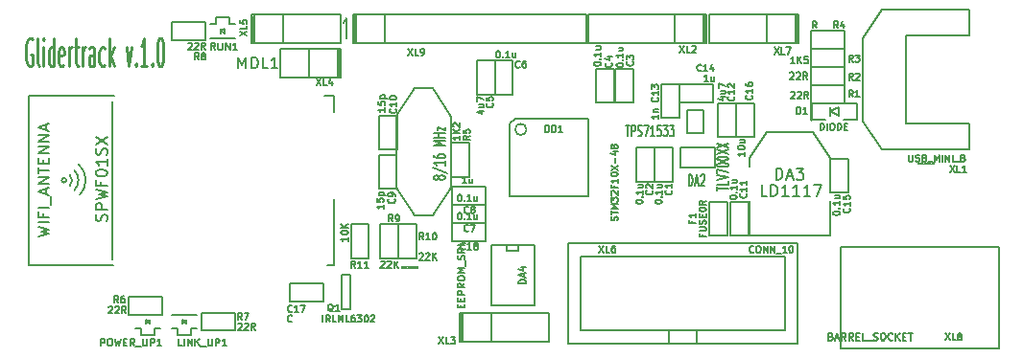
<source format=gto>
G04 (created by PCBNEW (2013-07-07 BZR 4022)-stable) date 14/01/2015 15:32:02*
%MOIN*%
G04 Gerber Fmt 3.4, Leading zero omitted, Abs format*
%FSLAX34Y34*%
G01*
G70*
G90*
G04 APERTURE LIST*
%ADD10C,0.00590551*%
%ADD11C,0.00984252*%
%ADD12C,0.005*%
%ADD13C,0.00787402*%
%ADD14C,0.008*%
%ADD15C,0.0059*%
%ADD16C,0.01*%
%ADD17C,0.0079*%
%ADD18C,0.00625*%
%ADD19C,0.0063*%
%ADD20C,0.0001*%
G04 APERTURE END LIST*
G54D10*
G54D11*
X94606Y-31350D02*
X94568Y-31303D01*
X94512Y-31303D01*
X94456Y-31350D01*
X94418Y-31444D01*
X94400Y-31538D01*
X94381Y-31725D01*
X94381Y-31866D01*
X94400Y-32053D01*
X94418Y-32147D01*
X94456Y-32241D01*
X94512Y-32288D01*
X94550Y-32288D01*
X94606Y-32241D01*
X94625Y-32194D01*
X94625Y-31866D01*
X94550Y-31866D01*
X94850Y-32288D02*
X94812Y-32241D01*
X94793Y-32147D01*
X94793Y-31303D01*
X95000Y-32288D02*
X95000Y-31631D01*
X95000Y-31303D02*
X94981Y-31350D01*
X95000Y-31397D01*
X95018Y-31350D01*
X95000Y-31303D01*
X95000Y-31397D01*
X95356Y-32288D02*
X95356Y-31303D01*
X95356Y-32241D02*
X95318Y-32288D01*
X95243Y-32288D01*
X95206Y-32241D01*
X95187Y-32194D01*
X95168Y-32100D01*
X95168Y-31819D01*
X95187Y-31725D01*
X95206Y-31678D01*
X95243Y-31631D01*
X95318Y-31631D01*
X95356Y-31678D01*
X95693Y-32241D02*
X95656Y-32288D01*
X95581Y-32288D01*
X95543Y-32241D01*
X95524Y-32147D01*
X95524Y-31772D01*
X95543Y-31678D01*
X95581Y-31631D01*
X95656Y-31631D01*
X95693Y-31678D01*
X95712Y-31772D01*
X95712Y-31866D01*
X95524Y-31960D01*
X95881Y-32288D02*
X95881Y-31631D01*
X95881Y-31819D02*
X95899Y-31725D01*
X95918Y-31678D01*
X95956Y-31631D01*
X95993Y-31631D01*
X96068Y-31631D02*
X96218Y-31631D01*
X96124Y-31303D02*
X96124Y-32147D01*
X96143Y-32241D01*
X96181Y-32288D01*
X96218Y-32288D01*
X96349Y-32288D02*
X96349Y-31631D01*
X96349Y-31819D02*
X96368Y-31725D01*
X96387Y-31678D01*
X96424Y-31631D01*
X96462Y-31631D01*
X96762Y-32288D02*
X96762Y-31772D01*
X96743Y-31678D01*
X96706Y-31631D01*
X96631Y-31631D01*
X96593Y-31678D01*
X96762Y-32241D02*
X96724Y-32288D01*
X96631Y-32288D01*
X96593Y-32241D01*
X96574Y-32147D01*
X96574Y-32053D01*
X96593Y-31960D01*
X96631Y-31913D01*
X96724Y-31913D01*
X96762Y-31866D01*
X97118Y-32241D02*
X97080Y-32288D01*
X97005Y-32288D01*
X96968Y-32241D01*
X96949Y-32194D01*
X96931Y-32100D01*
X96931Y-31819D01*
X96949Y-31725D01*
X96968Y-31678D01*
X97005Y-31631D01*
X97080Y-31631D01*
X97118Y-31678D01*
X97287Y-32288D02*
X97287Y-31303D01*
X97324Y-31913D02*
X97437Y-32288D01*
X97437Y-31631D02*
X97287Y-32006D01*
X97868Y-31631D02*
X97962Y-32288D01*
X98055Y-31631D01*
X98205Y-32194D02*
X98224Y-32241D01*
X98205Y-32288D01*
X98187Y-32241D01*
X98205Y-32194D01*
X98205Y-32288D01*
X98599Y-32288D02*
X98374Y-32288D01*
X98487Y-32288D02*
X98487Y-31303D01*
X98449Y-31444D01*
X98412Y-31538D01*
X98374Y-31585D01*
X98768Y-32194D02*
X98787Y-32241D01*
X98768Y-32288D01*
X98749Y-32241D01*
X98768Y-32194D01*
X98768Y-32288D01*
X99030Y-31303D02*
X99068Y-31303D01*
X99105Y-31350D01*
X99124Y-31397D01*
X99143Y-31491D01*
X99161Y-31678D01*
X99161Y-31913D01*
X99143Y-32100D01*
X99124Y-32194D01*
X99105Y-32241D01*
X99068Y-32288D01*
X99030Y-32288D01*
X98993Y-32241D01*
X98974Y-32194D01*
X98955Y-32100D01*
X98937Y-31913D01*
X98937Y-31678D01*
X98955Y-31491D01*
X98974Y-31397D01*
X98993Y-31350D01*
X99030Y-31303D01*
G54D10*
X127165Y-34291D02*
X127165Y-35196D01*
X127165Y-35196D02*
X124133Y-35196D01*
X124133Y-35196D02*
X123464Y-34212D01*
X123464Y-34212D02*
X123464Y-31299D01*
X123464Y-31299D02*
X124133Y-30314D01*
X124133Y-30314D02*
X127165Y-30314D01*
X127165Y-30314D02*
X127165Y-31220D01*
X127165Y-34291D02*
X124960Y-34291D01*
X124960Y-34291D02*
X124960Y-31220D01*
X124960Y-31220D02*
X127165Y-31220D01*
X96259Y-36771D02*
G75*
G03X96220Y-35708I-550J512D01*
G74*
G01*
X96062Y-36614D02*
G75*
G03X96062Y-35905I-354J354D01*
G74*
G01*
X95905Y-36456D02*
G75*
G03X95905Y-36062I-196J196D01*
G74*
G01*
X95787Y-36259D02*
G75*
G03X95787Y-36259I-78J0D01*
G74*
G01*
X97401Y-39015D02*
X97401Y-33503D01*
X105098Y-39204D02*
X104862Y-39204D01*
X94496Y-39200D02*
X94496Y-33326D01*
X97429Y-39200D02*
X94496Y-39200D01*
X96578Y-33326D02*
X94496Y-33326D01*
X97452Y-33326D02*
X96578Y-33326D01*
X105098Y-36929D02*
X105098Y-39204D01*
X105098Y-33330D02*
X104763Y-33330D01*
X105098Y-33330D02*
X105098Y-33877D01*
G54D12*
X117361Y-34212D02*
X117361Y-33799D01*
X117361Y-33799D02*
X117913Y-33799D01*
X117913Y-33799D02*
X117913Y-34625D01*
X117913Y-34625D02*
X117361Y-34625D01*
X117361Y-34625D02*
X117361Y-34212D01*
X117116Y-35822D02*
X117116Y-35122D01*
X117116Y-35122D02*
X118316Y-35122D01*
X118316Y-35122D02*
X118316Y-35822D01*
X118316Y-35822D02*
X117116Y-35822D01*
G54D10*
X109479Y-34954D02*
X109794Y-34954D01*
X109794Y-34954D02*
X109794Y-36135D01*
X109794Y-36135D02*
X109164Y-36135D01*
X109164Y-36135D02*
X109164Y-34954D01*
X109164Y-34954D02*
X109479Y-34954D01*
X122834Y-33267D02*
X122834Y-33582D01*
X122834Y-33582D02*
X121653Y-33582D01*
X121653Y-33582D02*
X121653Y-32952D01*
X121653Y-32952D02*
X122834Y-32952D01*
X122834Y-32952D02*
X122834Y-33267D01*
X121653Y-32637D02*
X121653Y-32322D01*
X121653Y-32322D02*
X122834Y-32322D01*
X122834Y-32322D02*
X122834Y-32952D01*
X122834Y-32952D02*
X121653Y-32952D01*
X121653Y-32952D02*
X121653Y-32637D01*
X121653Y-32007D02*
X121653Y-31692D01*
X121653Y-31692D02*
X122834Y-31692D01*
X122834Y-31692D02*
X122834Y-32322D01*
X122834Y-32322D02*
X121653Y-32322D01*
X121653Y-32322D02*
X121653Y-32007D01*
X121653Y-31377D02*
X121653Y-31062D01*
X121653Y-31062D02*
X122834Y-31062D01*
X122834Y-31062D02*
X122834Y-31692D01*
X122834Y-31692D02*
X121653Y-31692D01*
X121653Y-31692D02*
X121653Y-31377D01*
G54D12*
X113897Y-36830D02*
X111181Y-36830D01*
X111181Y-36830D02*
X111181Y-34291D01*
X111201Y-34291D02*
X111378Y-34114D01*
X111378Y-34114D02*
X113917Y-34114D01*
X113917Y-34114D02*
X113917Y-36811D01*
X111772Y-34488D02*
G75*
G03X111772Y-34488I-197J0D01*
G74*
G01*
G54D13*
X117905Y-30484D02*
X118005Y-30484D01*
X118005Y-30484D02*
X118005Y-31484D01*
X118005Y-31484D02*
X117905Y-31484D01*
X117905Y-31484D02*
X117955Y-31484D01*
X117955Y-31484D02*
X117955Y-30484D01*
X116905Y-31484D02*
X116905Y-30484D01*
X117905Y-31484D02*
X113905Y-31484D01*
X113905Y-31484D02*
X113905Y-30484D01*
X113905Y-30484D02*
X117905Y-30484D01*
X117905Y-30484D02*
X117905Y-31484D01*
G54D10*
X106959Y-34012D02*
X107274Y-34012D01*
X107274Y-34012D02*
X107274Y-35193D01*
X107274Y-35193D02*
X106644Y-35193D01*
X106644Y-35193D02*
X106644Y-34012D01*
X106644Y-34012D02*
X106959Y-34012D01*
X118740Y-34763D02*
X118425Y-34763D01*
X118425Y-34763D02*
X118425Y-33582D01*
X118425Y-33582D02*
X119055Y-33582D01*
X119055Y-33582D02*
X119055Y-34763D01*
X119055Y-34763D02*
X118740Y-34763D01*
X119173Y-37007D02*
X119488Y-37007D01*
X119488Y-37007D02*
X119488Y-38188D01*
X119488Y-38188D02*
X118858Y-38188D01*
X118858Y-38188D02*
X118858Y-37007D01*
X118858Y-37007D02*
X119173Y-37007D01*
X116771Y-32913D02*
X117086Y-32913D01*
X117086Y-32913D02*
X117086Y-34094D01*
X117086Y-34094D02*
X116456Y-34094D01*
X116456Y-34094D02*
X116456Y-32913D01*
X116456Y-32913D02*
X116771Y-32913D01*
X117086Y-33228D02*
X117086Y-32913D01*
X117086Y-32913D02*
X118267Y-32913D01*
X118267Y-32913D02*
X118267Y-33543D01*
X118267Y-33543D02*
X117086Y-33543D01*
X117086Y-33543D02*
X117086Y-33228D01*
X106950Y-36562D02*
X106635Y-36562D01*
X106635Y-36562D02*
X106635Y-35381D01*
X106635Y-35381D02*
X107265Y-35381D01*
X107265Y-35381D02*
X107265Y-36562D01*
X107265Y-36562D02*
X106950Y-36562D01*
X110354Y-36811D02*
X110354Y-37125D01*
X110354Y-37125D02*
X109173Y-37125D01*
X109173Y-37125D02*
X109173Y-36496D01*
X109173Y-36496D02*
X110354Y-36496D01*
X110354Y-36496D02*
X110354Y-36811D01*
X110354Y-37440D02*
X110354Y-37755D01*
X110354Y-37755D02*
X109173Y-37755D01*
X109173Y-37755D02*
X109173Y-37125D01*
X109173Y-37125D02*
X110354Y-37125D01*
X110354Y-37125D02*
X110354Y-37440D01*
X110984Y-33267D02*
X110669Y-33267D01*
X110669Y-33267D02*
X110669Y-32086D01*
X110669Y-32086D02*
X111299Y-32086D01*
X111299Y-32086D02*
X111299Y-33267D01*
X111299Y-33267D02*
X110984Y-33267D01*
X110354Y-33267D02*
X110039Y-33267D01*
X110039Y-33267D02*
X110039Y-32086D01*
X110039Y-32086D02*
X110669Y-32086D01*
X110669Y-32086D02*
X110669Y-33267D01*
X110669Y-33267D02*
X110354Y-33267D01*
X114514Y-33554D02*
X114199Y-33554D01*
X114199Y-33554D02*
X114199Y-32373D01*
X114199Y-32373D02*
X114829Y-32373D01*
X114829Y-32373D02*
X114829Y-33554D01*
X114829Y-33554D02*
X114514Y-33554D01*
X115153Y-33554D02*
X114838Y-33554D01*
X114838Y-33554D02*
X114838Y-32373D01*
X114838Y-32373D02*
X115468Y-32373D01*
X115468Y-32373D02*
X115468Y-33554D01*
X115468Y-33554D02*
X115153Y-33554D01*
X115905Y-36299D02*
X115590Y-36299D01*
X115590Y-36299D02*
X115590Y-35118D01*
X115590Y-35118D02*
X116220Y-35118D01*
X116220Y-35118D02*
X116220Y-36299D01*
X116220Y-36299D02*
X115905Y-36299D01*
X116535Y-36299D02*
X116220Y-36299D01*
X116220Y-36299D02*
X116220Y-35118D01*
X116220Y-35118D02*
X116850Y-35118D01*
X116850Y-35118D02*
X116850Y-36299D01*
X116850Y-36299D02*
X116535Y-36299D01*
G54D14*
X119505Y-36977D02*
X119505Y-38177D01*
X119505Y-38177D02*
X122305Y-38177D01*
X122305Y-38177D02*
X122305Y-36977D01*
X119505Y-35777D02*
X119505Y-35477D01*
X119505Y-35477D02*
X120105Y-34577D01*
X120105Y-34577D02*
X121705Y-34577D01*
X121705Y-34577D02*
X122305Y-35477D01*
X122305Y-35477D02*
X122305Y-35777D01*
G54D10*
X100629Y-31062D02*
X100629Y-31377D01*
X100629Y-31377D02*
X99448Y-31377D01*
X99448Y-31377D02*
X99448Y-30748D01*
X99448Y-30748D02*
X100629Y-30748D01*
X100629Y-30748D02*
X100629Y-31062D01*
X118425Y-38188D02*
X118110Y-38188D01*
X118110Y-38188D02*
X118110Y-37007D01*
X118110Y-37007D02*
X118740Y-37007D01*
X118740Y-37007D02*
X118740Y-38188D01*
X118740Y-38188D02*
X118425Y-38188D01*
X100472Y-41181D02*
X100472Y-40866D01*
X100472Y-40866D02*
X101653Y-40866D01*
X101653Y-40866D02*
X101653Y-41496D01*
X101653Y-41496D02*
X100472Y-41496D01*
X100472Y-41496D02*
X100472Y-41181D01*
X99133Y-40629D02*
X99133Y-40944D01*
X99133Y-40944D02*
X97952Y-40944D01*
X97952Y-40944D02*
X97952Y-40314D01*
X97952Y-40314D02*
X99133Y-40314D01*
X99133Y-40314D02*
X99133Y-40629D01*
G54D15*
X122330Y-34008D02*
X122330Y-33708D01*
X122630Y-33858D02*
X122630Y-33708D01*
X122630Y-33708D02*
X122330Y-33858D01*
X122330Y-33858D02*
X122630Y-34008D01*
X122630Y-34008D02*
X122630Y-33858D01*
G54D12*
X121693Y-33582D02*
X121653Y-33582D01*
G54D16*
X121653Y-33582D02*
X121653Y-34134D01*
G54D12*
X121653Y-34134D02*
X121693Y-34134D01*
X122165Y-33582D02*
X121693Y-33582D01*
X121693Y-34134D02*
X122165Y-34134D01*
X122795Y-33582D02*
X123267Y-33582D01*
X123267Y-33582D02*
X123267Y-34134D01*
X123267Y-34134D02*
X122795Y-34134D01*
X108208Y-33059D02*
X108523Y-33059D01*
X108523Y-33059D02*
X109153Y-34044D01*
X108208Y-33059D02*
X107893Y-33059D01*
X107893Y-33059D02*
X107263Y-34004D01*
X108208Y-37469D02*
X108523Y-37469D01*
X108523Y-37469D02*
X109153Y-36524D01*
X108208Y-37469D02*
X107893Y-37469D01*
X107893Y-37469D02*
X107263Y-36524D01*
X109153Y-34044D02*
X109153Y-36524D01*
X107263Y-36524D02*
X107263Y-34004D01*
G54D13*
X109512Y-41877D02*
X109562Y-41877D01*
X109562Y-40877D02*
X109462Y-40877D01*
X109462Y-40877D02*
X109462Y-41877D01*
X109462Y-41877D02*
X109512Y-41877D01*
X109512Y-41877D02*
X109512Y-40927D01*
X112562Y-41877D02*
X109562Y-41877D01*
X109562Y-40877D02*
X112562Y-40877D01*
X110562Y-40877D02*
X110562Y-41877D01*
X112562Y-40877D02*
X112562Y-41877D01*
X109562Y-41877D02*
X109562Y-40877D01*
X121156Y-30484D02*
X121106Y-30484D01*
X121106Y-31484D02*
X121206Y-31484D01*
X121206Y-31484D02*
X121206Y-30484D01*
X121206Y-30484D02*
X121156Y-30484D01*
X121156Y-30484D02*
X121156Y-31434D01*
X118106Y-30484D02*
X121106Y-30484D01*
X121106Y-31484D02*
X118106Y-31484D01*
X120106Y-31484D02*
X120106Y-30484D01*
X118106Y-31484D02*
X118106Y-30484D01*
X121106Y-30484D02*
X121106Y-31484D01*
X102268Y-31484D02*
X102318Y-31484D01*
X102318Y-30484D02*
X102218Y-30484D01*
X102218Y-30484D02*
X102218Y-31484D01*
X102218Y-31484D02*
X102268Y-31484D01*
X102268Y-31484D02*
X102268Y-30534D01*
X105318Y-31484D02*
X102318Y-31484D01*
X102318Y-30484D02*
X105318Y-30484D01*
X103318Y-30484D02*
X103318Y-31484D01*
X105318Y-30484D02*
X105318Y-31484D01*
X102318Y-31484D02*
X102318Y-30484D01*
X103212Y-31665D02*
X105212Y-31665D01*
X103212Y-32665D02*
X105212Y-32665D01*
X105262Y-31665D02*
X105212Y-31665D01*
X105212Y-32665D02*
X105312Y-32665D01*
X105312Y-32665D02*
X105312Y-31665D01*
X105312Y-31665D02*
X105262Y-31665D01*
X105262Y-31665D02*
X105262Y-32615D01*
X104212Y-32665D02*
X104212Y-31665D01*
X103212Y-32665D02*
X103212Y-31665D01*
X105212Y-31665D02*
X105212Y-32665D01*
G54D10*
X117696Y-41476D02*
X117696Y-41948D01*
X116712Y-41476D02*
X116712Y-41948D01*
X113208Y-38444D02*
X121200Y-38444D01*
X113208Y-41948D02*
X121200Y-41948D01*
X121200Y-41948D02*
X121200Y-40196D01*
X121200Y-38444D02*
X121200Y-40196D01*
X113208Y-40196D02*
X113208Y-41948D01*
X113208Y-40196D02*
X113208Y-38444D01*
X114507Y-41476D02*
X113661Y-41476D01*
X113661Y-41476D02*
X113661Y-38917D01*
X113661Y-38917D02*
X114566Y-38917D01*
X119940Y-41476D02*
X120748Y-41476D01*
X120748Y-41476D02*
X120748Y-40196D01*
X120748Y-40196D02*
X120748Y-38917D01*
X120748Y-38917D02*
X119940Y-38917D01*
X114566Y-38917D02*
X119940Y-38917D01*
X119940Y-41476D02*
X114507Y-41476D01*
X119370Y-34763D02*
X119055Y-34763D01*
X119055Y-34763D02*
X119055Y-33582D01*
X119055Y-33582D02*
X119685Y-33582D01*
X119685Y-33582D02*
X119685Y-34763D01*
X119685Y-34763D02*
X119370Y-34763D01*
X122637Y-36692D02*
X122322Y-36692D01*
X122322Y-36692D02*
X122322Y-35511D01*
X122322Y-35511D02*
X122952Y-35511D01*
X122952Y-35511D02*
X122952Y-36692D01*
X122952Y-36692D02*
X122637Y-36692D01*
X104724Y-40157D02*
X104724Y-40472D01*
X104724Y-40472D02*
X103543Y-40472D01*
X103543Y-40472D02*
X103543Y-39842D01*
X103543Y-39842D02*
X104724Y-39842D01*
X104724Y-39842D02*
X104724Y-40157D01*
G54D12*
X128189Y-40354D02*
X128189Y-42126D01*
X128189Y-42126D02*
X122677Y-42126D01*
X122677Y-42126D02*
X122677Y-38582D01*
X122677Y-38582D02*
X128189Y-38582D01*
X128189Y-38582D02*
X128189Y-40354D01*
G54D10*
X105417Y-30784D02*
X105527Y-30629D01*
X105527Y-30629D02*
X105527Y-31309D01*
X109842Y-30484D02*
X113842Y-30484D01*
X113842Y-30484D02*
X113842Y-31484D01*
X113842Y-31484D02*
X109842Y-31484D01*
X105842Y-31484D02*
X105742Y-31484D01*
X105742Y-31484D02*
X105742Y-30484D01*
X105742Y-30484D02*
X105842Y-30484D01*
X105842Y-30484D02*
X105792Y-30484D01*
X105792Y-30484D02*
X105792Y-31484D01*
X106842Y-30484D02*
X106842Y-31484D01*
X105842Y-30484D02*
X109842Y-30484D01*
X109842Y-31484D02*
X105842Y-31484D01*
X105842Y-31484D02*
X105842Y-30484D01*
X107007Y-38976D02*
X106692Y-38976D01*
X106692Y-38976D02*
X106692Y-37795D01*
X106692Y-37795D02*
X107322Y-37795D01*
X107322Y-37795D02*
X107322Y-38976D01*
X107322Y-38976D02*
X107007Y-38976D01*
X107637Y-38976D02*
X107322Y-38976D01*
X107322Y-38976D02*
X107322Y-37795D01*
X107322Y-37795D02*
X107952Y-37795D01*
X107952Y-37795D02*
X107952Y-38976D01*
X107952Y-38976D02*
X107637Y-38976D01*
G54D12*
X110599Y-38516D02*
X110549Y-38516D01*
X110549Y-38516D02*
X110549Y-40616D01*
X112049Y-40616D02*
X112049Y-38516D01*
X112049Y-38516D02*
X110599Y-38516D01*
X111499Y-38516D02*
X111499Y-38716D01*
X111499Y-38716D02*
X111099Y-38716D01*
X111099Y-38716D02*
X111099Y-38516D01*
X112049Y-40616D02*
X110549Y-40616D01*
G54D17*
X98189Y-40945D02*
X99055Y-40945D01*
X98386Y-41417D02*
X98189Y-41417D01*
X98858Y-41417D02*
X99055Y-41417D01*
X98858Y-41417D02*
X98858Y-41653D01*
X98858Y-41653D02*
X98386Y-41653D01*
X98386Y-41653D02*
X98386Y-41417D01*
G54D12*
X98697Y-41106D02*
X98697Y-41256D01*
X98547Y-41181D02*
X98547Y-41106D01*
X98547Y-41106D02*
X98697Y-41181D01*
X98697Y-41181D02*
X98547Y-41256D01*
X98547Y-41256D02*
X98547Y-41181D01*
G54D17*
X99448Y-40945D02*
X100314Y-40945D01*
X99645Y-41417D02*
X99448Y-41417D01*
X100117Y-41417D02*
X100314Y-41417D01*
X100117Y-41417D02*
X100117Y-41653D01*
X100117Y-41653D02*
X99645Y-41653D01*
X99645Y-41653D02*
X99645Y-41417D01*
G54D12*
X99956Y-41106D02*
X99956Y-41256D01*
X99806Y-41181D02*
X99806Y-41106D01*
X99806Y-41106D02*
X99956Y-41181D01*
X99956Y-41181D02*
X99806Y-41256D01*
X99806Y-41256D02*
X99806Y-41181D01*
G54D17*
X101653Y-31298D02*
X100787Y-31298D01*
X101456Y-30826D02*
X101653Y-30826D01*
X100984Y-30826D02*
X100787Y-30826D01*
X100984Y-30826D02*
X100984Y-30590D01*
X100984Y-30590D02*
X101456Y-30590D01*
X101456Y-30590D02*
X101456Y-30826D01*
G54D12*
X101145Y-31137D02*
X101145Y-30987D01*
X101295Y-31062D02*
X101295Y-31137D01*
X101295Y-31137D02*
X101145Y-31062D01*
X101145Y-31062D02*
X101295Y-30987D01*
X101295Y-30987D02*
X101295Y-31062D01*
G54D10*
X110354Y-38070D02*
X110354Y-38385D01*
X110354Y-38385D02*
X109173Y-38385D01*
X109173Y-38385D02*
X109173Y-37755D01*
X109173Y-37755D02*
X110354Y-37755D01*
X110354Y-37755D02*
X110354Y-38070D01*
G54D12*
X105661Y-39557D02*
X105661Y-40757D01*
X105661Y-40757D02*
X105361Y-40757D01*
X105361Y-40757D02*
X105361Y-39557D01*
X105361Y-39557D02*
X105661Y-39557D01*
G54D10*
X105984Y-38976D02*
X105669Y-38976D01*
X105669Y-38976D02*
X105669Y-37795D01*
X105669Y-37795D02*
X106299Y-37795D01*
X106299Y-37795D02*
X106299Y-38976D01*
X106299Y-38976D02*
X105984Y-38976D01*
X126484Y-35745D02*
X126642Y-35981D01*
X126642Y-35745D02*
X126484Y-35981D01*
X126844Y-35981D02*
X126732Y-35981D01*
X126732Y-35745D01*
X127047Y-35981D02*
X126912Y-35981D01*
X126979Y-35981D02*
X126979Y-35745D01*
X126957Y-35778D01*
X126934Y-35801D01*
X126912Y-35812D01*
X125056Y-35371D02*
X125056Y-35562D01*
X125067Y-35584D01*
X125078Y-35596D01*
X125101Y-35607D01*
X125146Y-35607D01*
X125168Y-35596D01*
X125179Y-35584D01*
X125191Y-35562D01*
X125191Y-35371D01*
X125292Y-35596D02*
X125326Y-35607D01*
X125382Y-35607D01*
X125404Y-35596D01*
X125416Y-35584D01*
X125427Y-35562D01*
X125427Y-35539D01*
X125416Y-35517D01*
X125404Y-35506D01*
X125382Y-35494D01*
X125337Y-35483D01*
X125314Y-35472D01*
X125303Y-35461D01*
X125292Y-35438D01*
X125292Y-35416D01*
X125303Y-35393D01*
X125314Y-35382D01*
X125337Y-35371D01*
X125393Y-35371D01*
X125427Y-35382D01*
X125607Y-35483D02*
X125641Y-35494D01*
X125652Y-35506D01*
X125663Y-35528D01*
X125663Y-35562D01*
X125652Y-35584D01*
X125641Y-35596D01*
X125618Y-35607D01*
X125528Y-35607D01*
X125528Y-35371D01*
X125607Y-35371D01*
X125629Y-35382D01*
X125641Y-35393D01*
X125652Y-35416D01*
X125652Y-35438D01*
X125641Y-35461D01*
X125629Y-35472D01*
X125607Y-35483D01*
X125528Y-35483D01*
X125708Y-35629D02*
X125888Y-35629D01*
X125944Y-35607D02*
X125944Y-35371D01*
X126023Y-35539D01*
X126102Y-35371D01*
X126102Y-35607D01*
X126214Y-35607D02*
X126214Y-35371D01*
X126327Y-35607D02*
X126327Y-35371D01*
X126462Y-35607D01*
X126462Y-35371D01*
X126574Y-35607D02*
X126574Y-35371D01*
X126631Y-35629D02*
X126811Y-35629D01*
X126946Y-35483D02*
X126979Y-35494D01*
X126991Y-35506D01*
X127002Y-35528D01*
X127002Y-35562D01*
X126991Y-35584D01*
X126979Y-35596D01*
X126957Y-35607D01*
X126867Y-35607D01*
X126867Y-35371D01*
X126946Y-35371D01*
X126968Y-35382D01*
X126979Y-35393D01*
X126991Y-35416D01*
X126991Y-35438D01*
X126979Y-35461D01*
X126968Y-35472D01*
X126946Y-35483D01*
X126867Y-35483D01*
X101766Y-32364D02*
X101766Y-31970D01*
X101897Y-32251D01*
X102028Y-31970D01*
X102028Y-32364D01*
X102215Y-32364D02*
X102215Y-31970D01*
X102309Y-31970D01*
X102365Y-31989D01*
X102403Y-32026D01*
X102422Y-32064D01*
X102440Y-32139D01*
X102440Y-32195D01*
X102422Y-32270D01*
X102403Y-32307D01*
X102365Y-32345D01*
X102309Y-32364D01*
X102215Y-32364D01*
X102797Y-32364D02*
X102609Y-32364D01*
X102609Y-31970D01*
X103134Y-32364D02*
X102909Y-32364D01*
X103022Y-32364D02*
X103022Y-31970D01*
X102984Y-32026D01*
X102947Y-32064D01*
X102909Y-32082D01*
X97187Y-37673D02*
X97206Y-37617D01*
X97206Y-37523D01*
X97187Y-37485D01*
X97169Y-37467D01*
X97131Y-37448D01*
X97094Y-37448D01*
X97056Y-37467D01*
X97037Y-37485D01*
X97019Y-37523D01*
X97000Y-37598D01*
X96981Y-37635D01*
X96962Y-37654D01*
X96925Y-37673D01*
X96887Y-37673D01*
X96850Y-37654D01*
X96831Y-37635D01*
X96812Y-37598D01*
X96812Y-37504D01*
X96831Y-37448D01*
X97206Y-37279D02*
X96812Y-37279D01*
X96812Y-37129D01*
X96831Y-37092D01*
X96850Y-37073D01*
X96887Y-37054D01*
X96944Y-37054D01*
X96981Y-37073D01*
X97000Y-37092D01*
X97019Y-37129D01*
X97019Y-37279D01*
X96812Y-36923D02*
X97206Y-36829D01*
X96925Y-36754D01*
X97206Y-36679D01*
X96812Y-36586D01*
X97000Y-36304D02*
X97000Y-36436D01*
X97206Y-36436D02*
X96812Y-36436D01*
X96812Y-36248D01*
X96812Y-36023D02*
X96812Y-35986D01*
X96831Y-35948D01*
X96850Y-35929D01*
X96887Y-35911D01*
X96962Y-35892D01*
X97056Y-35892D01*
X97131Y-35911D01*
X97169Y-35929D01*
X97187Y-35948D01*
X97206Y-35986D01*
X97206Y-36023D01*
X97187Y-36061D01*
X97169Y-36079D01*
X97131Y-36098D01*
X97056Y-36117D01*
X96962Y-36117D01*
X96887Y-36098D01*
X96850Y-36079D01*
X96831Y-36061D01*
X96812Y-36023D01*
X97206Y-35517D02*
X97206Y-35742D01*
X97206Y-35629D02*
X96812Y-35629D01*
X96869Y-35667D01*
X96906Y-35704D01*
X96925Y-35742D01*
X97187Y-35367D02*
X97206Y-35311D01*
X97206Y-35217D01*
X97187Y-35179D01*
X97169Y-35161D01*
X97131Y-35142D01*
X97094Y-35142D01*
X97056Y-35161D01*
X97037Y-35179D01*
X97019Y-35217D01*
X97000Y-35292D01*
X96981Y-35329D01*
X96962Y-35348D01*
X96925Y-35367D01*
X96887Y-35367D01*
X96850Y-35348D01*
X96831Y-35329D01*
X96812Y-35292D01*
X96812Y-35198D01*
X96831Y-35142D01*
X96812Y-35011D02*
X97206Y-34748D01*
X96812Y-34748D02*
X97206Y-35011D01*
X94805Y-38218D02*
X95198Y-38125D01*
X94917Y-38050D01*
X95198Y-37975D01*
X94805Y-37881D01*
X95198Y-37731D02*
X94805Y-37731D01*
X94992Y-37412D02*
X94992Y-37544D01*
X95198Y-37544D02*
X94805Y-37544D01*
X94805Y-37356D01*
X95198Y-37206D02*
X94805Y-37206D01*
X95236Y-37112D02*
X95236Y-36812D01*
X95086Y-36737D02*
X95086Y-36550D01*
X95198Y-36775D02*
X94805Y-36644D01*
X95198Y-36512D01*
X95198Y-36381D02*
X94805Y-36381D01*
X95198Y-36156D01*
X94805Y-36156D01*
X94805Y-36025D02*
X94805Y-35800D01*
X95198Y-35913D02*
X94805Y-35913D01*
X94992Y-35669D02*
X94992Y-35538D01*
X95198Y-35481D02*
X95198Y-35669D01*
X94805Y-35669D01*
X94805Y-35481D01*
X95198Y-35313D02*
X94805Y-35313D01*
X95198Y-35088D01*
X94805Y-35088D01*
X95198Y-34900D02*
X94805Y-34900D01*
X95198Y-34675D01*
X94805Y-34675D01*
X95086Y-34506D02*
X95086Y-34319D01*
X95198Y-34544D02*
X94805Y-34413D01*
X95198Y-34281D01*
G54D15*
X115203Y-34332D02*
X115338Y-34332D01*
X115270Y-34726D02*
X115270Y-34332D01*
X115416Y-34726D02*
X115416Y-34332D01*
X115506Y-34332D01*
X115529Y-34351D01*
X115540Y-34369D01*
X115551Y-34407D01*
X115551Y-34463D01*
X115540Y-34501D01*
X115529Y-34520D01*
X115506Y-34538D01*
X115416Y-34538D01*
X115641Y-34707D02*
X115675Y-34726D01*
X115731Y-34726D01*
X115753Y-34707D01*
X115765Y-34688D01*
X115776Y-34651D01*
X115776Y-34613D01*
X115765Y-34576D01*
X115753Y-34557D01*
X115731Y-34538D01*
X115686Y-34520D01*
X115664Y-34501D01*
X115652Y-34482D01*
X115641Y-34444D01*
X115641Y-34407D01*
X115652Y-34369D01*
X115664Y-34351D01*
X115686Y-34332D01*
X115742Y-34332D01*
X115776Y-34351D01*
X115855Y-34332D02*
X116012Y-34332D01*
X115911Y-34726D01*
X116225Y-34726D02*
X116091Y-34726D01*
X116158Y-34726D02*
X116158Y-34332D01*
X116136Y-34388D01*
X116113Y-34426D01*
X116091Y-34444D01*
X116439Y-34332D02*
X116327Y-34332D01*
X116315Y-34520D01*
X116327Y-34501D01*
X116349Y-34482D01*
X116405Y-34482D01*
X116428Y-34501D01*
X116439Y-34520D01*
X116450Y-34557D01*
X116450Y-34651D01*
X116439Y-34688D01*
X116428Y-34707D01*
X116405Y-34726D01*
X116349Y-34726D01*
X116327Y-34707D01*
X116315Y-34688D01*
X116529Y-34332D02*
X116675Y-34332D01*
X116596Y-34482D01*
X116630Y-34482D01*
X116652Y-34501D01*
X116664Y-34520D01*
X116675Y-34557D01*
X116675Y-34651D01*
X116664Y-34688D01*
X116652Y-34707D01*
X116630Y-34726D01*
X116563Y-34726D01*
X116540Y-34707D01*
X116529Y-34688D01*
X116754Y-34332D02*
X116900Y-34332D01*
X116821Y-34482D01*
X116855Y-34482D01*
X116877Y-34501D01*
X116888Y-34520D01*
X116900Y-34557D01*
X116900Y-34651D01*
X116888Y-34688D01*
X116877Y-34707D01*
X116855Y-34726D01*
X116787Y-34726D01*
X116765Y-34707D01*
X116754Y-34688D01*
X117402Y-36458D02*
X117402Y-36064D01*
X117458Y-36064D01*
X117492Y-36083D01*
X117514Y-36121D01*
X117525Y-36158D01*
X117537Y-36233D01*
X117537Y-36290D01*
X117525Y-36365D01*
X117514Y-36402D01*
X117492Y-36440D01*
X117458Y-36458D01*
X117402Y-36458D01*
X117626Y-36346D02*
X117739Y-36346D01*
X117604Y-36458D02*
X117683Y-36064D01*
X117761Y-36458D01*
X117829Y-36102D02*
X117840Y-36083D01*
X117862Y-36064D01*
X117919Y-36064D01*
X117941Y-36083D01*
X117952Y-36102D01*
X117964Y-36139D01*
X117964Y-36177D01*
X117952Y-36233D01*
X117818Y-36458D01*
X117964Y-36458D01*
X118387Y-36613D02*
X118387Y-36478D01*
X118781Y-36545D02*
X118387Y-36545D01*
X118781Y-36287D02*
X118781Y-36399D01*
X118387Y-36399D01*
X118387Y-36242D02*
X118781Y-36163D01*
X118387Y-36085D01*
X118387Y-36029D02*
X118387Y-35871D01*
X118781Y-35972D01*
X118387Y-35736D02*
X118387Y-35714D01*
X118406Y-35691D01*
X118425Y-35680D01*
X118462Y-35669D01*
X118537Y-35658D01*
X118631Y-35658D01*
X118706Y-35669D01*
X118743Y-35680D01*
X118762Y-35691D01*
X118781Y-35714D01*
X118781Y-35736D01*
X118762Y-35759D01*
X118743Y-35770D01*
X118706Y-35781D01*
X118631Y-35793D01*
X118537Y-35793D01*
X118462Y-35781D01*
X118425Y-35770D01*
X118406Y-35759D01*
X118387Y-35736D01*
X118387Y-35512D02*
X118387Y-35489D01*
X118406Y-35467D01*
X118425Y-35455D01*
X118462Y-35444D01*
X118537Y-35433D01*
X118631Y-35433D01*
X118706Y-35444D01*
X118743Y-35455D01*
X118762Y-35467D01*
X118781Y-35489D01*
X118781Y-35512D01*
X118762Y-35534D01*
X118743Y-35545D01*
X118706Y-35557D01*
X118631Y-35568D01*
X118537Y-35568D01*
X118462Y-35557D01*
X118425Y-35545D01*
X118406Y-35534D01*
X118387Y-35512D01*
X118387Y-35354D02*
X118781Y-35197D01*
X118387Y-35197D02*
X118781Y-35354D01*
X118387Y-35129D02*
X118781Y-34972D01*
X118387Y-34972D02*
X118781Y-35129D01*
G54D10*
X109810Y-34718D02*
X109698Y-34796D01*
X109810Y-34853D02*
X109574Y-34853D01*
X109574Y-34763D01*
X109585Y-34740D01*
X109597Y-34729D01*
X109619Y-34718D01*
X109653Y-34718D01*
X109675Y-34729D01*
X109687Y-34740D01*
X109698Y-34763D01*
X109698Y-34853D01*
X109574Y-34504D02*
X109574Y-34616D01*
X109687Y-34628D01*
X109675Y-34616D01*
X109664Y-34594D01*
X109664Y-34538D01*
X109675Y-34515D01*
X109687Y-34504D01*
X109709Y-34493D01*
X109765Y-34493D01*
X109788Y-34504D01*
X109799Y-34515D01*
X109810Y-34538D01*
X109810Y-34594D01*
X109799Y-34616D01*
X109788Y-34628D01*
X109456Y-34723D02*
X109456Y-34858D01*
X109456Y-34791D02*
X109220Y-34791D01*
X109254Y-34813D01*
X109276Y-34836D01*
X109287Y-34858D01*
X109456Y-34622D02*
X109220Y-34622D01*
X109456Y-34487D02*
X109321Y-34588D01*
X109220Y-34487D02*
X109355Y-34622D01*
X109242Y-34397D02*
X109231Y-34386D01*
X109220Y-34363D01*
X109220Y-34307D01*
X109231Y-34285D01*
X109242Y-34273D01*
X109265Y-34262D01*
X109287Y-34262D01*
X109321Y-34273D01*
X109456Y-34408D01*
X109456Y-34262D01*
X123110Y-33363D02*
X123031Y-33250D01*
X122975Y-33363D02*
X122975Y-33127D01*
X123065Y-33127D01*
X123087Y-33138D01*
X123098Y-33149D01*
X123110Y-33172D01*
X123110Y-33205D01*
X123098Y-33228D01*
X123087Y-33239D01*
X123065Y-33250D01*
X122975Y-33250D01*
X123335Y-33363D02*
X123200Y-33363D01*
X123267Y-33363D02*
X123267Y-33127D01*
X123245Y-33160D01*
X123222Y-33183D01*
X123200Y-33194D01*
X120961Y-33188D02*
X120973Y-33177D01*
X120995Y-33166D01*
X121051Y-33166D01*
X121074Y-33177D01*
X121085Y-33188D01*
X121096Y-33211D01*
X121096Y-33233D01*
X121085Y-33267D01*
X120950Y-33402D01*
X121096Y-33402D01*
X121186Y-33188D02*
X121197Y-33177D01*
X121220Y-33166D01*
X121276Y-33166D01*
X121299Y-33177D01*
X121310Y-33188D01*
X121321Y-33211D01*
X121321Y-33233D01*
X121310Y-33267D01*
X121175Y-33402D01*
X121321Y-33402D01*
X121557Y-33402D02*
X121479Y-33290D01*
X121422Y-33402D02*
X121422Y-33166D01*
X121512Y-33166D01*
X121535Y-33177D01*
X121546Y-33188D01*
X121557Y-33211D01*
X121557Y-33245D01*
X121546Y-33267D01*
X121535Y-33278D01*
X121512Y-33290D01*
X121422Y-33290D01*
X123110Y-32772D02*
X123031Y-32660D01*
X122975Y-32772D02*
X122975Y-32536D01*
X123065Y-32536D01*
X123087Y-32547D01*
X123098Y-32559D01*
X123110Y-32581D01*
X123110Y-32615D01*
X123098Y-32637D01*
X123087Y-32649D01*
X123065Y-32660D01*
X122975Y-32660D01*
X123200Y-32559D02*
X123211Y-32547D01*
X123233Y-32536D01*
X123290Y-32536D01*
X123312Y-32547D01*
X123323Y-32559D01*
X123335Y-32581D01*
X123335Y-32604D01*
X123323Y-32637D01*
X123188Y-32772D01*
X123335Y-32772D01*
X120922Y-32519D02*
X120933Y-32508D01*
X120956Y-32497D01*
X121012Y-32497D01*
X121034Y-32508D01*
X121046Y-32519D01*
X121057Y-32542D01*
X121057Y-32564D01*
X121046Y-32598D01*
X120911Y-32733D01*
X121057Y-32733D01*
X121147Y-32519D02*
X121158Y-32508D01*
X121181Y-32497D01*
X121237Y-32497D01*
X121259Y-32508D01*
X121271Y-32519D01*
X121282Y-32542D01*
X121282Y-32564D01*
X121271Y-32598D01*
X121136Y-32733D01*
X121282Y-32733D01*
X121518Y-32733D02*
X121439Y-32620D01*
X121383Y-32733D02*
X121383Y-32497D01*
X121473Y-32497D01*
X121496Y-32508D01*
X121507Y-32519D01*
X121518Y-32542D01*
X121518Y-32575D01*
X121507Y-32598D01*
X121496Y-32609D01*
X121473Y-32620D01*
X121383Y-32620D01*
X123110Y-32142D02*
X123031Y-32030D01*
X122975Y-32142D02*
X122975Y-31906D01*
X123065Y-31906D01*
X123087Y-31917D01*
X123098Y-31929D01*
X123110Y-31951D01*
X123110Y-31985D01*
X123098Y-32007D01*
X123087Y-32019D01*
X123065Y-32030D01*
X122975Y-32030D01*
X123188Y-31906D02*
X123335Y-31906D01*
X123256Y-31996D01*
X123290Y-31996D01*
X123312Y-32007D01*
X123323Y-32019D01*
X123335Y-32041D01*
X123335Y-32097D01*
X123323Y-32120D01*
X123312Y-32131D01*
X123290Y-32142D01*
X123222Y-32142D01*
X123200Y-32131D01*
X123188Y-32120D01*
X121096Y-32182D02*
X120961Y-32182D01*
X121029Y-32182D02*
X121029Y-31946D01*
X121006Y-31979D01*
X120984Y-32002D01*
X120961Y-32013D01*
X121197Y-32182D02*
X121197Y-31946D01*
X121332Y-32182D02*
X121231Y-32047D01*
X121332Y-31946D02*
X121197Y-32080D01*
X121546Y-31946D02*
X121434Y-31946D01*
X121422Y-32058D01*
X121434Y-32047D01*
X121456Y-32035D01*
X121512Y-32035D01*
X121535Y-32047D01*
X121546Y-32058D01*
X121557Y-32080D01*
X121557Y-32137D01*
X121546Y-32159D01*
X121535Y-32170D01*
X121512Y-32182D01*
X121456Y-32182D01*
X121434Y-32170D01*
X121422Y-32159D01*
X122598Y-30961D02*
X122519Y-30849D01*
X122463Y-30961D02*
X122463Y-30725D01*
X122553Y-30725D01*
X122575Y-30736D01*
X122587Y-30748D01*
X122598Y-30770D01*
X122598Y-30804D01*
X122587Y-30826D01*
X122575Y-30838D01*
X122553Y-30849D01*
X122463Y-30849D01*
X122800Y-30804D02*
X122800Y-30961D01*
X122744Y-30714D02*
X122688Y-30883D01*
X122834Y-30883D01*
X121844Y-30961D02*
X121766Y-30849D01*
X121709Y-30961D02*
X121709Y-30725D01*
X121799Y-30725D01*
X121822Y-30736D01*
X121833Y-30748D01*
X121844Y-30770D01*
X121844Y-30804D01*
X121833Y-30826D01*
X121822Y-30838D01*
X121799Y-30849D01*
X121709Y-30849D01*
G54D15*
X112423Y-34583D02*
X112423Y-34347D01*
X112480Y-34347D01*
X112513Y-34359D01*
X112536Y-34381D01*
X112547Y-34404D01*
X112558Y-34449D01*
X112558Y-34482D01*
X112547Y-34527D01*
X112536Y-34550D01*
X112513Y-34572D01*
X112480Y-34583D01*
X112423Y-34583D01*
X112659Y-34583D02*
X112659Y-34347D01*
X112716Y-34347D01*
X112749Y-34359D01*
X112772Y-34381D01*
X112783Y-34404D01*
X112794Y-34449D01*
X112794Y-34482D01*
X112783Y-34527D01*
X112772Y-34550D01*
X112749Y-34572D01*
X112716Y-34583D01*
X112659Y-34583D01*
X113019Y-34583D02*
X112884Y-34583D01*
X112952Y-34583D02*
X112952Y-34347D01*
X112929Y-34381D01*
X112907Y-34404D01*
X112884Y-34415D01*
X114926Y-37664D02*
X114938Y-37630D01*
X114938Y-37574D01*
X114926Y-37552D01*
X114915Y-37541D01*
X114893Y-37529D01*
X114870Y-37529D01*
X114848Y-37541D01*
X114836Y-37552D01*
X114825Y-37574D01*
X114814Y-37619D01*
X114803Y-37642D01*
X114791Y-37653D01*
X114769Y-37664D01*
X114746Y-37664D01*
X114724Y-37653D01*
X114713Y-37642D01*
X114702Y-37619D01*
X114702Y-37563D01*
X114713Y-37529D01*
X114702Y-37462D02*
X114702Y-37327D01*
X114938Y-37394D02*
X114702Y-37394D01*
X114938Y-37248D02*
X114702Y-37248D01*
X114870Y-37170D01*
X114702Y-37091D01*
X114938Y-37091D01*
X114702Y-37001D02*
X114702Y-36855D01*
X114791Y-36934D01*
X114791Y-36900D01*
X114803Y-36878D01*
X114814Y-36866D01*
X114836Y-36855D01*
X114893Y-36855D01*
X114915Y-36866D01*
X114926Y-36878D01*
X114938Y-36900D01*
X114938Y-36967D01*
X114926Y-36990D01*
X114915Y-37001D01*
X114724Y-36765D02*
X114713Y-36754D01*
X114702Y-36731D01*
X114702Y-36675D01*
X114713Y-36653D01*
X114724Y-36642D01*
X114746Y-36630D01*
X114769Y-36630D01*
X114803Y-36642D01*
X114938Y-36776D01*
X114938Y-36630D01*
X114814Y-36450D02*
X114814Y-36529D01*
X114938Y-36529D02*
X114702Y-36529D01*
X114702Y-36417D01*
X114938Y-36203D02*
X114938Y-36338D01*
X114938Y-36271D02*
X114702Y-36271D01*
X114735Y-36293D01*
X114758Y-36316D01*
X114769Y-36338D01*
X114702Y-36057D02*
X114702Y-36035D01*
X114713Y-36012D01*
X114724Y-36001D01*
X114746Y-35990D01*
X114791Y-35978D01*
X114848Y-35978D01*
X114893Y-35990D01*
X114915Y-36001D01*
X114926Y-36012D01*
X114938Y-36035D01*
X114938Y-36057D01*
X114926Y-36080D01*
X114915Y-36091D01*
X114893Y-36102D01*
X114848Y-36113D01*
X114791Y-36113D01*
X114746Y-36102D01*
X114724Y-36091D01*
X114713Y-36080D01*
X114702Y-36057D01*
X114702Y-35900D02*
X114938Y-35742D01*
X114702Y-35742D02*
X114938Y-35900D01*
X114848Y-35653D02*
X114848Y-35473D01*
X114780Y-35259D02*
X114938Y-35259D01*
X114690Y-35315D02*
X114859Y-35372D01*
X114859Y-35226D01*
X114803Y-35102D02*
X114791Y-35124D01*
X114780Y-35136D01*
X114758Y-35147D01*
X114746Y-35147D01*
X114724Y-35136D01*
X114713Y-35124D01*
X114702Y-35102D01*
X114702Y-35057D01*
X114713Y-35034D01*
X114724Y-35023D01*
X114746Y-35012D01*
X114758Y-35012D01*
X114780Y-35023D01*
X114791Y-35034D01*
X114803Y-35057D01*
X114803Y-35102D01*
X114814Y-35124D01*
X114825Y-35136D01*
X114848Y-35147D01*
X114893Y-35147D01*
X114915Y-35136D01*
X114926Y-35124D01*
X114938Y-35102D01*
X114938Y-35057D01*
X114926Y-35034D01*
X114915Y-35023D01*
X114893Y-35012D01*
X114848Y-35012D01*
X114825Y-35023D01*
X114814Y-35034D01*
X114803Y-35057D01*
G54D10*
X117094Y-31571D02*
X117252Y-31807D01*
X117252Y-31571D02*
X117094Y-31807D01*
X117454Y-31807D02*
X117342Y-31807D01*
X117342Y-31571D01*
X117522Y-31594D02*
X117533Y-31582D01*
X117555Y-31571D01*
X117612Y-31571D01*
X117634Y-31582D01*
X117645Y-31594D01*
X117657Y-31616D01*
X117657Y-31639D01*
X117645Y-31672D01*
X117510Y-31807D01*
X117657Y-31807D01*
X107229Y-33770D02*
X107240Y-33781D01*
X107251Y-33815D01*
X107251Y-33837D01*
X107240Y-33871D01*
X107218Y-33893D01*
X107195Y-33905D01*
X107150Y-33916D01*
X107116Y-33916D01*
X107071Y-33905D01*
X107049Y-33893D01*
X107026Y-33871D01*
X107015Y-33837D01*
X107015Y-33815D01*
X107026Y-33781D01*
X107038Y-33770D01*
X107251Y-33545D02*
X107251Y-33680D01*
X107251Y-33612D02*
X107015Y-33612D01*
X107049Y-33635D01*
X107071Y-33657D01*
X107083Y-33680D01*
X107015Y-33398D02*
X107015Y-33376D01*
X107026Y-33354D01*
X107038Y-33342D01*
X107060Y-33331D01*
X107105Y-33320D01*
X107161Y-33320D01*
X107206Y-33331D01*
X107229Y-33342D01*
X107240Y-33354D01*
X107251Y-33376D01*
X107251Y-33398D01*
X107240Y-33421D01*
X107229Y-33432D01*
X107206Y-33443D01*
X107161Y-33455D01*
X107105Y-33455D01*
X107060Y-33443D01*
X107038Y-33432D01*
X107026Y-33421D01*
X107015Y-33398D01*
X106858Y-33730D02*
X106858Y-33865D01*
X106858Y-33798D02*
X106621Y-33798D01*
X106655Y-33820D01*
X106678Y-33843D01*
X106689Y-33865D01*
X106621Y-33517D02*
X106621Y-33629D01*
X106734Y-33640D01*
X106723Y-33629D01*
X106711Y-33607D01*
X106711Y-33550D01*
X106723Y-33528D01*
X106734Y-33517D01*
X106756Y-33505D01*
X106813Y-33505D01*
X106835Y-33517D01*
X106846Y-33528D01*
X106858Y-33550D01*
X106858Y-33607D01*
X106846Y-33629D01*
X106835Y-33640D01*
X106700Y-33404D02*
X106936Y-33404D01*
X106711Y-33404D02*
X106700Y-33382D01*
X106700Y-33337D01*
X106711Y-33314D01*
X106723Y-33303D01*
X106745Y-33292D01*
X106813Y-33292D01*
X106835Y-33303D01*
X106846Y-33314D01*
X106858Y-33337D01*
X106858Y-33382D01*
X106846Y-33404D01*
X118970Y-33340D02*
X118982Y-33352D01*
X118993Y-33385D01*
X118993Y-33408D01*
X118982Y-33442D01*
X118959Y-33464D01*
X118937Y-33475D01*
X118892Y-33487D01*
X118858Y-33487D01*
X118813Y-33475D01*
X118790Y-33464D01*
X118768Y-33442D01*
X118757Y-33408D01*
X118757Y-33385D01*
X118768Y-33352D01*
X118779Y-33340D01*
X118993Y-33115D02*
X118993Y-33250D01*
X118993Y-33183D02*
X118757Y-33183D01*
X118790Y-33205D01*
X118813Y-33228D01*
X118824Y-33250D01*
X118779Y-33025D02*
X118768Y-33014D01*
X118757Y-32992D01*
X118757Y-32935D01*
X118768Y-32913D01*
X118779Y-32902D01*
X118802Y-32890D01*
X118824Y-32890D01*
X118858Y-32902D01*
X118993Y-33037D01*
X118993Y-32890D01*
X118520Y-33363D02*
X118678Y-33363D01*
X118430Y-33419D02*
X118599Y-33475D01*
X118599Y-33329D01*
X118520Y-33138D02*
X118678Y-33138D01*
X118520Y-33239D02*
X118644Y-33239D01*
X118667Y-33228D01*
X118678Y-33205D01*
X118678Y-33172D01*
X118667Y-33149D01*
X118655Y-33138D01*
X118442Y-33048D02*
X118442Y-32890D01*
X118678Y-32992D01*
X119403Y-36726D02*
X119415Y-36737D01*
X119426Y-36771D01*
X119426Y-36794D01*
X119415Y-36827D01*
X119392Y-36850D01*
X119370Y-36861D01*
X119325Y-36872D01*
X119291Y-36872D01*
X119246Y-36861D01*
X119223Y-36850D01*
X119201Y-36827D01*
X119190Y-36794D01*
X119190Y-36771D01*
X119201Y-36737D01*
X119212Y-36726D01*
X119426Y-36501D02*
X119426Y-36636D01*
X119426Y-36569D02*
X119190Y-36569D01*
X119223Y-36591D01*
X119246Y-36614D01*
X119257Y-36636D01*
X119426Y-36276D02*
X119426Y-36411D01*
X119426Y-36344D02*
X119190Y-36344D01*
X119223Y-36366D01*
X119246Y-36389D01*
X119257Y-36411D01*
X118835Y-36861D02*
X118835Y-36839D01*
X118847Y-36816D01*
X118858Y-36805D01*
X118880Y-36794D01*
X118925Y-36782D01*
X118982Y-36782D01*
X119026Y-36794D01*
X119049Y-36805D01*
X119060Y-36816D01*
X119071Y-36839D01*
X119071Y-36861D01*
X119060Y-36884D01*
X119049Y-36895D01*
X119026Y-36906D01*
X118982Y-36917D01*
X118925Y-36917D01*
X118880Y-36906D01*
X118858Y-36895D01*
X118847Y-36884D01*
X118835Y-36861D01*
X119049Y-36681D02*
X119060Y-36670D01*
X119071Y-36681D01*
X119060Y-36692D01*
X119049Y-36681D01*
X119071Y-36681D01*
X119071Y-36445D02*
X119071Y-36580D01*
X119071Y-36512D02*
X118835Y-36512D01*
X118869Y-36535D01*
X118892Y-36557D01*
X118903Y-36580D01*
X118914Y-36242D02*
X119071Y-36242D01*
X118914Y-36344D02*
X119038Y-36344D01*
X119060Y-36332D01*
X119071Y-36310D01*
X119071Y-36276D01*
X119060Y-36254D01*
X119049Y-36242D01*
X116332Y-33380D02*
X116344Y-33391D01*
X116355Y-33425D01*
X116355Y-33447D01*
X116344Y-33481D01*
X116321Y-33503D01*
X116299Y-33515D01*
X116254Y-33526D01*
X116220Y-33526D01*
X116175Y-33515D01*
X116152Y-33503D01*
X116130Y-33481D01*
X116119Y-33447D01*
X116119Y-33425D01*
X116130Y-33391D01*
X116141Y-33380D01*
X116355Y-33155D02*
X116355Y-33290D01*
X116355Y-33222D02*
X116119Y-33222D01*
X116152Y-33245D01*
X116175Y-33267D01*
X116186Y-33290D01*
X116119Y-33076D02*
X116119Y-32930D01*
X116209Y-33008D01*
X116209Y-32975D01*
X116220Y-32952D01*
X116231Y-32941D01*
X116254Y-32930D01*
X116310Y-32930D01*
X116332Y-32941D01*
X116344Y-32952D01*
X116355Y-32975D01*
X116355Y-33042D01*
X116344Y-33065D01*
X116332Y-33076D01*
X116355Y-33976D02*
X116355Y-34111D01*
X116355Y-34043D02*
X116119Y-34043D01*
X116152Y-34066D01*
X116175Y-34088D01*
X116186Y-34111D01*
X116197Y-33875D02*
X116355Y-33875D01*
X116220Y-33875D02*
X116209Y-33863D01*
X116197Y-33841D01*
X116197Y-33807D01*
X116209Y-33785D01*
X116231Y-33773D01*
X116355Y-33773D01*
X117840Y-32435D02*
X117829Y-32446D01*
X117795Y-32457D01*
X117772Y-32457D01*
X117739Y-32446D01*
X117716Y-32424D01*
X117705Y-32401D01*
X117694Y-32356D01*
X117694Y-32322D01*
X117705Y-32277D01*
X117716Y-32255D01*
X117739Y-32232D01*
X117772Y-32221D01*
X117795Y-32221D01*
X117829Y-32232D01*
X117840Y-32244D01*
X118065Y-32457D02*
X117930Y-32457D01*
X117997Y-32457D02*
X117997Y-32221D01*
X117975Y-32255D01*
X117952Y-32277D01*
X117930Y-32289D01*
X118267Y-32300D02*
X118267Y-32457D01*
X118211Y-32210D02*
X118155Y-32379D01*
X118301Y-32379D01*
X118070Y-32812D02*
X117935Y-32812D01*
X118003Y-32812D02*
X118003Y-32575D01*
X117980Y-32609D01*
X117958Y-32632D01*
X117935Y-32643D01*
X118273Y-32654D02*
X118273Y-32812D01*
X118172Y-32654D02*
X118172Y-32778D01*
X118183Y-32800D01*
X118205Y-32812D01*
X118239Y-32812D01*
X118262Y-32800D01*
X118273Y-32789D01*
X107180Y-36916D02*
X107192Y-36927D01*
X107203Y-36961D01*
X107203Y-36984D01*
X107192Y-37017D01*
X107169Y-37040D01*
X107147Y-37051D01*
X107102Y-37062D01*
X107068Y-37062D01*
X107023Y-37051D01*
X107000Y-37040D01*
X106978Y-37017D01*
X106967Y-36984D01*
X106967Y-36961D01*
X106978Y-36927D01*
X106989Y-36916D01*
X107203Y-36804D02*
X107203Y-36759D01*
X107192Y-36736D01*
X107180Y-36725D01*
X107147Y-36702D01*
X107102Y-36691D01*
X107012Y-36691D01*
X106989Y-36702D01*
X106978Y-36714D01*
X106967Y-36736D01*
X106967Y-36781D01*
X106978Y-36804D01*
X106989Y-36815D01*
X107012Y-36826D01*
X107068Y-36826D01*
X107090Y-36815D01*
X107102Y-36804D01*
X107113Y-36781D01*
X107113Y-36736D01*
X107102Y-36714D01*
X107090Y-36702D01*
X107068Y-36691D01*
X106809Y-37107D02*
X106809Y-37242D01*
X106809Y-37175D02*
X106573Y-37175D01*
X106607Y-37197D01*
X106629Y-37220D01*
X106640Y-37242D01*
X106573Y-36894D02*
X106573Y-37006D01*
X106685Y-37017D01*
X106674Y-37006D01*
X106663Y-36984D01*
X106663Y-36927D01*
X106674Y-36905D01*
X106685Y-36894D01*
X106708Y-36882D01*
X106764Y-36882D01*
X106787Y-36894D01*
X106798Y-36905D01*
X106809Y-36927D01*
X106809Y-36984D01*
X106798Y-37006D01*
X106787Y-37017D01*
X106652Y-36781D02*
X106888Y-36781D01*
X106663Y-36781D02*
X106652Y-36759D01*
X106652Y-36714D01*
X106663Y-36691D01*
X106674Y-36680D01*
X106697Y-36669D01*
X106764Y-36669D01*
X106787Y-36680D01*
X106798Y-36691D01*
X106809Y-36714D01*
X106809Y-36759D01*
X106798Y-36781D01*
X109749Y-37384D02*
X109738Y-37395D01*
X109704Y-37406D01*
X109681Y-37406D01*
X109648Y-37395D01*
X109625Y-37372D01*
X109614Y-37350D01*
X109603Y-37305D01*
X109603Y-37271D01*
X109614Y-37226D01*
X109625Y-37204D01*
X109648Y-37181D01*
X109681Y-37170D01*
X109704Y-37170D01*
X109738Y-37181D01*
X109749Y-37192D01*
X109884Y-37271D02*
X109861Y-37260D01*
X109850Y-37249D01*
X109839Y-37226D01*
X109839Y-37215D01*
X109850Y-37192D01*
X109861Y-37181D01*
X109884Y-37170D01*
X109929Y-37170D01*
X109951Y-37181D01*
X109963Y-37192D01*
X109974Y-37215D01*
X109974Y-37226D01*
X109963Y-37249D01*
X109951Y-37260D01*
X109929Y-37271D01*
X109884Y-37271D01*
X109861Y-37282D01*
X109850Y-37294D01*
X109839Y-37316D01*
X109839Y-37361D01*
X109850Y-37384D01*
X109861Y-37395D01*
X109884Y-37406D01*
X109929Y-37406D01*
X109951Y-37395D01*
X109963Y-37384D01*
X109974Y-37361D01*
X109974Y-37316D01*
X109963Y-37294D01*
X109951Y-37282D01*
X109929Y-37271D01*
X109685Y-36355D02*
X109550Y-36355D01*
X109617Y-36355D02*
X109617Y-36119D01*
X109595Y-36153D01*
X109572Y-36175D01*
X109550Y-36186D01*
X109887Y-36198D02*
X109887Y-36355D01*
X109786Y-36198D02*
X109786Y-36321D01*
X109797Y-36344D01*
X109820Y-36355D01*
X109854Y-36355D01*
X109876Y-36344D01*
X109887Y-36333D01*
X109749Y-38014D02*
X109738Y-38025D01*
X109704Y-38036D01*
X109681Y-38036D01*
X109648Y-38025D01*
X109625Y-38002D01*
X109614Y-37980D01*
X109603Y-37935D01*
X109603Y-37901D01*
X109614Y-37856D01*
X109625Y-37834D01*
X109648Y-37811D01*
X109681Y-37800D01*
X109704Y-37800D01*
X109738Y-37811D01*
X109749Y-37822D01*
X109828Y-37800D02*
X109985Y-37800D01*
X109884Y-38036D01*
X109437Y-36749D02*
X109460Y-36749D01*
X109482Y-36760D01*
X109494Y-36771D01*
X109505Y-36794D01*
X109516Y-36839D01*
X109516Y-36895D01*
X109505Y-36940D01*
X109494Y-36963D01*
X109482Y-36974D01*
X109460Y-36985D01*
X109437Y-36985D01*
X109415Y-36974D01*
X109404Y-36963D01*
X109392Y-36940D01*
X109381Y-36895D01*
X109381Y-36839D01*
X109392Y-36794D01*
X109404Y-36771D01*
X109415Y-36760D01*
X109437Y-36749D01*
X109617Y-36963D02*
X109629Y-36974D01*
X109617Y-36985D01*
X109606Y-36974D01*
X109617Y-36963D01*
X109617Y-36985D01*
X109854Y-36985D02*
X109719Y-36985D01*
X109786Y-36985D02*
X109786Y-36749D01*
X109764Y-36783D01*
X109741Y-36805D01*
X109719Y-36816D01*
X110056Y-36828D02*
X110056Y-36985D01*
X109955Y-36828D02*
X109955Y-36951D01*
X109966Y-36974D01*
X109989Y-36985D01*
X110022Y-36985D01*
X110045Y-36974D01*
X110056Y-36963D01*
X111535Y-32317D02*
X111524Y-32328D01*
X111490Y-32339D01*
X111467Y-32339D01*
X111434Y-32328D01*
X111411Y-32305D01*
X111400Y-32283D01*
X111389Y-32238D01*
X111389Y-32204D01*
X111400Y-32159D01*
X111411Y-32137D01*
X111434Y-32114D01*
X111467Y-32103D01*
X111490Y-32103D01*
X111524Y-32114D01*
X111535Y-32125D01*
X111737Y-32103D02*
X111692Y-32103D01*
X111670Y-32114D01*
X111659Y-32125D01*
X111636Y-32159D01*
X111625Y-32204D01*
X111625Y-32294D01*
X111636Y-32317D01*
X111647Y-32328D01*
X111670Y-32339D01*
X111715Y-32339D01*
X111737Y-32328D01*
X111749Y-32317D01*
X111760Y-32294D01*
X111760Y-32238D01*
X111749Y-32215D01*
X111737Y-32204D01*
X111715Y-32193D01*
X111670Y-32193D01*
X111647Y-32204D01*
X111636Y-32215D01*
X111625Y-32238D01*
X110776Y-31749D02*
X110798Y-31749D01*
X110821Y-31760D01*
X110832Y-31771D01*
X110843Y-31794D01*
X110854Y-31839D01*
X110854Y-31895D01*
X110843Y-31940D01*
X110832Y-31962D01*
X110821Y-31974D01*
X110798Y-31985D01*
X110776Y-31985D01*
X110753Y-31974D01*
X110742Y-31962D01*
X110731Y-31940D01*
X110719Y-31895D01*
X110719Y-31839D01*
X110731Y-31794D01*
X110742Y-31771D01*
X110753Y-31760D01*
X110776Y-31749D01*
X110956Y-31962D02*
X110967Y-31974D01*
X110956Y-31985D01*
X110944Y-31974D01*
X110956Y-31962D01*
X110956Y-31985D01*
X111192Y-31985D02*
X111057Y-31985D01*
X111124Y-31985D02*
X111124Y-31749D01*
X111102Y-31782D01*
X111079Y-31805D01*
X111057Y-31816D01*
X111394Y-31827D02*
X111394Y-31985D01*
X111293Y-31827D02*
X111293Y-31951D01*
X111304Y-31974D01*
X111327Y-31985D01*
X111361Y-31985D01*
X111383Y-31974D01*
X111394Y-31962D01*
X110584Y-33582D02*
X110596Y-33593D01*
X110607Y-33627D01*
X110607Y-33650D01*
X110596Y-33683D01*
X110573Y-33706D01*
X110551Y-33717D01*
X110506Y-33728D01*
X110472Y-33728D01*
X110427Y-33717D01*
X110404Y-33706D01*
X110382Y-33683D01*
X110371Y-33650D01*
X110371Y-33627D01*
X110382Y-33593D01*
X110393Y-33582D01*
X110371Y-33368D02*
X110371Y-33481D01*
X110483Y-33492D01*
X110472Y-33481D01*
X110461Y-33458D01*
X110461Y-33402D01*
X110472Y-33380D01*
X110483Y-33368D01*
X110506Y-33357D01*
X110562Y-33357D01*
X110584Y-33368D01*
X110596Y-33380D01*
X110607Y-33402D01*
X110607Y-33458D01*
X110596Y-33481D01*
X110584Y-33492D01*
X110134Y-33835D02*
X110292Y-33835D01*
X110044Y-33892D02*
X110213Y-33948D01*
X110213Y-33802D01*
X110134Y-33610D02*
X110292Y-33610D01*
X110134Y-33712D02*
X110258Y-33712D01*
X110281Y-33700D01*
X110292Y-33678D01*
X110292Y-33644D01*
X110281Y-33622D01*
X110269Y-33610D01*
X110056Y-33520D02*
X110056Y-33363D01*
X110292Y-33464D01*
X114718Y-32165D02*
X114730Y-32176D01*
X114741Y-32210D01*
X114741Y-32232D01*
X114730Y-32266D01*
X114707Y-32289D01*
X114685Y-32300D01*
X114640Y-32311D01*
X114606Y-32311D01*
X114561Y-32300D01*
X114538Y-32289D01*
X114516Y-32266D01*
X114505Y-32232D01*
X114505Y-32210D01*
X114516Y-32176D01*
X114527Y-32165D01*
X114583Y-31962D02*
X114741Y-31962D01*
X114493Y-32019D02*
X114662Y-32075D01*
X114662Y-31929D01*
X114111Y-32215D02*
X114111Y-32193D01*
X114122Y-32170D01*
X114133Y-32159D01*
X114156Y-32148D01*
X114201Y-32137D01*
X114257Y-32137D01*
X114302Y-32148D01*
X114325Y-32159D01*
X114336Y-32170D01*
X114347Y-32193D01*
X114347Y-32215D01*
X114336Y-32238D01*
X114325Y-32249D01*
X114302Y-32260D01*
X114257Y-32272D01*
X114201Y-32272D01*
X114156Y-32260D01*
X114133Y-32249D01*
X114122Y-32238D01*
X114111Y-32215D01*
X114325Y-32035D02*
X114336Y-32024D01*
X114347Y-32035D01*
X114336Y-32047D01*
X114325Y-32035D01*
X114347Y-32035D01*
X114347Y-31799D02*
X114347Y-31934D01*
X114347Y-31867D02*
X114111Y-31867D01*
X114145Y-31889D01*
X114167Y-31912D01*
X114178Y-31934D01*
X114190Y-31597D02*
X114347Y-31597D01*
X114190Y-31698D02*
X114313Y-31698D01*
X114336Y-31687D01*
X114347Y-31664D01*
X114347Y-31631D01*
X114336Y-31608D01*
X114325Y-31597D01*
X115466Y-32125D02*
X115478Y-32137D01*
X115489Y-32170D01*
X115489Y-32193D01*
X115478Y-32227D01*
X115455Y-32249D01*
X115433Y-32260D01*
X115388Y-32272D01*
X115354Y-32272D01*
X115309Y-32260D01*
X115286Y-32249D01*
X115264Y-32227D01*
X115253Y-32193D01*
X115253Y-32170D01*
X115264Y-32137D01*
X115275Y-32125D01*
X115253Y-32047D02*
X115253Y-31901D01*
X115343Y-31979D01*
X115343Y-31946D01*
X115354Y-31923D01*
X115365Y-31912D01*
X115388Y-31901D01*
X115444Y-31901D01*
X115466Y-31912D01*
X115478Y-31923D01*
X115489Y-31946D01*
X115489Y-32013D01*
X115478Y-32035D01*
X115466Y-32047D01*
X114898Y-32255D02*
X114898Y-32232D01*
X114910Y-32210D01*
X114921Y-32199D01*
X114943Y-32187D01*
X114988Y-32176D01*
X115044Y-32176D01*
X115089Y-32187D01*
X115112Y-32199D01*
X115123Y-32210D01*
X115134Y-32232D01*
X115134Y-32255D01*
X115123Y-32277D01*
X115112Y-32289D01*
X115089Y-32300D01*
X115044Y-32311D01*
X114988Y-32311D01*
X114943Y-32300D01*
X114921Y-32289D01*
X114910Y-32277D01*
X114898Y-32255D01*
X115112Y-32075D02*
X115123Y-32064D01*
X115134Y-32075D01*
X115123Y-32086D01*
X115112Y-32075D01*
X115134Y-32075D01*
X115134Y-31839D02*
X115134Y-31974D01*
X115134Y-31906D02*
X114898Y-31906D01*
X114932Y-31929D01*
X114955Y-31951D01*
X114966Y-31974D01*
X114977Y-31636D02*
X115134Y-31636D01*
X114977Y-31737D02*
X115101Y-31737D01*
X115123Y-31726D01*
X115134Y-31704D01*
X115134Y-31670D01*
X115123Y-31647D01*
X115112Y-31636D01*
X116136Y-36614D02*
X116147Y-36625D01*
X116158Y-36659D01*
X116158Y-36681D01*
X116147Y-36715D01*
X116124Y-36737D01*
X116102Y-36749D01*
X116057Y-36760D01*
X116023Y-36760D01*
X115978Y-36749D01*
X115956Y-36737D01*
X115933Y-36715D01*
X115922Y-36681D01*
X115922Y-36659D01*
X115933Y-36625D01*
X115944Y-36614D01*
X115944Y-36524D02*
X115933Y-36512D01*
X115922Y-36490D01*
X115922Y-36434D01*
X115933Y-36411D01*
X115944Y-36400D01*
X115967Y-36389D01*
X115989Y-36389D01*
X116023Y-36400D01*
X116158Y-36535D01*
X116158Y-36389D01*
X115568Y-37019D02*
X115568Y-36996D01*
X115579Y-36974D01*
X115590Y-36962D01*
X115613Y-36951D01*
X115658Y-36940D01*
X115714Y-36940D01*
X115759Y-36951D01*
X115781Y-36962D01*
X115793Y-36974D01*
X115804Y-36996D01*
X115804Y-37019D01*
X115793Y-37041D01*
X115781Y-37052D01*
X115759Y-37064D01*
X115714Y-37075D01*
X115658Y-37075D01*
X115613Y-37064D01*
X115590Y-37052D01*
X115579Y-37041D01*
X115568Y-37019D01*
X115781Y-36839D02*
X115793Y-36827D01*
X115804Y-36839D01*
X115793Y-36850D01*
X115781Y-36839D01*
X115804Y-36839D01*
X115804Y-36602D02*
X115804Y-36737D01*
X115804Y-36670D02*
X115568Y-36670D01*
X115601Y-36692D01*
X115624Y-36715D01*
X115635Y-36737D01*
X115646Y-36400D02*
X115804Y-36400D01*
X115646Y-36501D02*
X115770Y-36501D01*
X115793Y-36490D01*
X115804Y-36467D01*
X115804Y-36434D01*
X115793Y-36411D01*
X115781Y-36400D01*
X116805Y-36614D02*
X116816Y-36625D01*
X116827Y-36659D01*
X116827Y-36681D01*
X116816Y-36715D01*
X116794Y-36737D01*
X116771Y-36749D01*
X116726Y-36760D01*
X116692Y-36760D01*
X116647Y-36749D01*
X116625Y-36737D01*
X116602Y-36715D01*
X116591Y-36681D01*
X116591Y-36659D01*
X116602Y-36625D01*
X116614Y-36614D01*
X116827Y-36389D02*
X116827Y-36524D01*
X116827Y-36456D02*
X116591Y-36456D01*
X116625Y-36479D01*
X116647Y-36501D01*
X116659Y-36524D01*
X116237Y-37019D02*
X116237Y-36996D01*
X116248Y-36974D01*
X116259Y-36962D01*
X116282Y-36951D01*
X116327Y-36940D01*
X116383Y-36940D01*
X116428Y-36951D01*
X116451Y-36962D01*
X116462Y-36974D01*
X116473Y-36996D01*
X116473Y-37019D01*
X116462Y-37041D01*
X116451Y-37052D01*
X116428Y-37064D01*
X116383Y-37075D01*
X116327Y-37075D01*
X116282Y-37064D01*
X116259Y-37052D01*
X116248Y-37041D01*
X116237Y-37019D01*
X116451Y-36839D02*
X116462Y-36827D01*
X116473Y-36839D01*
X116462Y-36850D01*
X116451Y-36839D01*
X116473Y-36839D01*
X116473Y-36602D02*
X116473Y-36737D01*
X116473Y-36670D02*
X116237Y-36670D01*
X116271Y-36692D01*
X116293Y-36715D01*
X116304Y-36737D01*
X116316Y-36400D02*
X116473Y-36400D01*
X116316Y-36501D02*
X116439Y-36501D01*
X116462Y-36490D01*
X116473Y-36467D01*
X116473Y-36434D01*
X116462Y-36411D01*
X116451Y-36400D01*
G54D14*
X120438Y-36239D02*
X120438Y-35839D01*
X120534Y-35839D01*
X120591Y-35858D01*
X120629Y-35897D01*
X120648Y-35935D01*
X120667Y-36011D01*
X120667Y-36068D01*
X120648Y-36144D01*
X120629Y-36182D01*
X120591Y-36220D01*
X120534Y-36239D01*
X120438Y-36239D01*
X120819Y-36125D02*
X121010Y-36125D01*
X120781Y-36239D02*
X120915Y-35839D01*
X121048Y-36239D01*
X121143Y-35839D02*
X121391Y-35839D01*
X121257Y-35992D01*
X121315Y-35992D01*
X121353Y-36011D01*
X121372Y-36030D01*
X121391Y-36068D01*
X121391Y-36163D01*
X121372Y-36201D01*
X121353Y-36220D01*
X121315Y-36239D01*
X121200Y-36239D01*
X121162Y-36220D01*
X121143Y-36201D01*
X120126Y-36815D02*
X119935Y-36815D01*
X119935Y-36415D01*
X120259Y-36815D02*
X120259Y-36415D01*
X120355Y-36415D01*
X120412Y-36434D01*
X120450Y-36472D01*
X120469Y-36510D01*
X120488Y-36586D01*
X120488Y-36644D01*
X120469Y-36720D01*
X120450Y-36758D01*
X120412Y-36796D01*
X120355Y-36815D01*
X120259Y-36815D01*
X120869Y-36815D02*
X120640Y-36815D01*
X120755Y-36815D02*
X120755Y-36415D01*
X120716Y-36472D01*
X120678Y-36510D01*
X120640Y-36529D01*
X121250Y-36815D02*
X121021Y-36815D01*
X121135Y-36815D02*
X121135Y-36415D01*
X121097Y-36472D01*
X121059Y-36510D01*
X121021Y-36529D01*
X121631Y-36815D02*
X121402Y-36815D01*
X121516Y-36815D02*
X121516Y-36415D01*
X121478Y-36472D01*
X121440Y-36510D01*
X121402Y-36529D01*
X121764Y-36415D02*
X122031Y-36415D01*
X121859Y-36815D01*
G54D10*
X100393Y-32064D02*
X100314Y-31951D01*
X100258Y-32064D02*
X100258Y-31827D01*
X100348Y-31827D01*
X100371Y-31839D01*
X100382Y-31850D01*
X100393Y-31872D01*
X100393Y-31906D01*
X100382Y-31929D01*
X100371Y-31940D01*
X100348Y-31951D01*
X100258Y-31951D01*
X100528Y-31929D02*
X100506Y-31917D01*
X100494Y-31906D01*
X100483Y-31884D01*
X100483Y-31872D01*
X100494Y-31850D01*
X100506Y-31839D01*
X100528Y-31827D01*
X100573Y-31827D01*
X100596Y-31839D01*
X100607Y-31850D01*
X100618Y-31872D01*
X100618Y-31884D01*
X100607Y-31906D01*
X100596Y-31917D01*
X100573Y-31929D01*
X100528Y-31929D01*
X100506Y-31940D01*
X100494Y-31951D01*
X100483Y-31974D01*
X100483Y-32019D01*
X100494Y-32041D01*
X100506Y-32052D01*
X100528Y-32064D01*
X100573Y-32064D01*
X100596Y-32052D01*
X100607Y-32041D01*
X100618Y-32019D01*
X100618Y-31974D01*
X100607Y-31951D01*
X100596Y-31940D01*
X100573Y-31929D01*
X100016Y-31496D02*
X100028Y-31484D01*
X100050Y-31473D01*
X100106Y-31473D01*
X100129Y-31484D01*
X100140Y-31496D01*
X100151Y-31518D01*
X100151Y-31541D01*
X100140Y-31574D01*
X100005Y-31709D01*
X100151Y-31709D01*
X100241Y-31496D02*
X100253Y-31484D01*
X100275Y-31473D01*
X100331Y-31473D01*
X100354Y-31484D01*
X100365Y-31496D01*
X100376Y-31518D01*
X100376Y-31541D01*
X100365Y-31574D01*
X100230Y-31709D01*
X100376Y-31709D01*
X100613Y-31709D02*
X100534Y-31597D01*
X100478Y-31709D02*
X100478Y-31473D01*
X100568Y-31473D01*
X100590Y-31484D01*
X100601Y-31496D01*
X100613Y-31518D01*
X100613Y-31552D01*
X100601Y-31574D01*
X100590Y-31586D01*
X100568Y-31597D01*
X100478Y-31597D01*
X117530Y-37677D02*
X117530Y-37755D01*
X117654Y-37755D02*
X117418Y-37755D01*
X117418Y-37643D01*
X117654Y-37429D02*
X117654Y-37564D01*
X117654Y-37497D02*
X117418Y-37497D01*
X117452Y-37519D01*
X117474Y-37542D01*
X117485Y-37564D01*
X117885Y-38138D02*
X117885Y-38217D01*
X118008Y-38217D02*
X117772Y-38217D01*
X117772Y-38104D01*
X117772Y-38014D02*
X117964Y-38014D01*
X117986Y-38003D01*
X117997Y-37992D01*
X118008Y-37969D01*
X118008Y-37924D01*
X117997Y-37902D01*
X117986Y-37890D01*
X117964Y-37879D01*
X117772Y-37879D01*
X117997Y-37778D02*
X118008Y-37744D01*
X118008Y-37688D01*
X117997Y-37665D01*
X117986Y-37654D01*
X117964Y-37643D01*
X117941Y-37643D01*
X117919Y-37654D01*
X117907Y-37665D01*
X117896Y-37688D01*
X117885Y-37733D01*
X117874Y-37755D01*
X117862Y-37767D01*
X117840Y-37778D01*
X117817Y-37778D01*
X117795Y-37767D01*
X117784Y-37755D01*
X117772Y-37733D01*
X117772Y-37677D01*
X117784Y-37643D01*
X117885Y-37542D02*
X117885Y-37463D01*
X118008Y-37429D02*
X118008Y-37542D01*
X117772Y-37542D01*
X117772Y-37429D01*
X117772Y-37283D02*
X117772Y-37260D01*
X117784Y-37238D01*
X117795Y-37227D01*
X117817Y-37215D01*
X117862Y-37204D01*
X117919Y-37204D01*
X117964Y-37215D01*
X117986Y-37227D01*
X117997Y-37238D01*
X118008Y-37260D01*
X118008Y-37283D01*
X117997Y-37305D01*
X117986Y-37317D01*
X117964Y-37328D01*
X117919Y-37339D01*
X117862Y-37339D01*
X117817Y-37328D01*
X117795Y-37317D01*
X117784Y-37305D01*
X117772Y-37283D01*
X118008Y-36968D02*
X117896Y-37047D01*
X118008Y-37103D02*
X117772Y-37103D01*
X117772Y-37013D01*
X117784Y-36991D01*
X117795Y-36979D01*
X117817Y-36968D01*
X117851Y-36968D01*
X117874Y-36979D01*
X117885Y-36991D01*
X117896Y-37013D01*
X117896Y-37103D01*
X101889Y-41119D02*
X101811Y-41006D01*
X101754Y-41119D02*
X101754Y-40883D01*
X101844Y-40883D01*
X101867Y-40894D01*
X101878Y-40905D01*
X101889Y-40928D01*
X101889Y-40961D01*
X101878Y-40984D01*
X101867Y-40995D01*
X101844Y-41006D01*
X101754Y-41006D01*
X101968Y-40883D02*
X102125Y-40883D01*
X102024Y-41119D01*
X101749Y-41259D02*
X101760Y-41248D01*
X101782Y-41237D01*
X101839Y-41237D01*
X101861Y-41248D01*
X101872Y-41259D01*
X101884Y-41282D01*
X101884Y-41304D01*
X101872Y-41338D01*
X101737Y-41473D01*
X101884Y-41473D01*
X101974Y-41259D02*
X101985Y-41248D01*
X102007Y-41237D01*
X102064Y-41237D01*
X102086Y-41248D01*
X102097Y-41259D01*
X102109Y-41282D01*
X102109Y-41304D01*
X102097Y-41338D01*
X101962Y-41473D01*
X102109Y-41473D01*
X102345Y-41473D02*
X102266Y-41361D01*
X102210Y-41473D02*
X102210Y-41237D01*
X102300Y-41237D01*
X102322Y-41248D01*
X102334Y-41259D01*
X102345Y-41282D01*
X102345Y-41316D01*
X102334Y-41338D01*
X102322Y-41349D01*
X102300Y-41361D01*
X102210Y-41361D01*
X97598Y-40528D02*
X97519Y-40416D01*
X97463Y-40528D02*
X97463Y-40292D01*
X97553Y-40292D01*
X97575Y-40303D01*
X97587Y-40314D01*
X97598Y-40337D01*
X97598Y-40371D01*
X97587Y-40393D01*
X97575Y-40404D01*
X97553Y-40416D01*
X97463Y-40416D01*
X97800Y-40292D02*
X97755Y-40292D01*
X97733Y-40303D01*
X97722Y-40314D01*
X97699Y-40348D01*
X97688Y-40393D01*
X97688Y-40483D01*
X97699Y-40506D01*
X97710Y-40517D01*
X97733Y-40528D01*
X97778Y-40528D01*
X97800Y-40517D01*
X97812Y-40506D01*
X97823Y-40483D01*
X97823Y-40427D01*
X97812Y-40404D01*
X97800Y-40393D01*
X97778Y-40382D01*
X97733Y-40382D01*
X97710Y-40393D01*
X97699Y-40404D01*
X97688Y-40427D01*
X97260Y-40669D02*
X97272Y-40658D01*
X97294Y-40646D01*
X97350Y-40646D01*
X97373Y-40658D01*
X97384Y-40669D01*
X97395Y-40691D01*
X97395Y-40714D01*
X97384Y-40748D01*
X97249Y-40883D01*
X97395Y-40883D01*
X97485Y-40669D02*
X97497Y-40658D01*
X97519Y-40646D01*
X97575Y-40646D01*
X97598Y-40658D01*
X97609Y-40669D01*
X97620Y-40691D01*
X97620Y-40714D01*
X97609Y-40748D01*
X97474Y-40883D01*
X97620Y-40883D01*
X97857Y-40883D02*
X97778Y-40770D01*
X97722Y-40883D02*
X97722Y-40646D01*
X97812Y-40646D01*
X97834Y-40658D01*
X97845Y-40669D01*
X97857Y-40691D01*
X97857Y-40725D01*
X97845Y-40748D01*
X97834Y-40759D01*
X97812Y-40770D01*
X97722Y-40770D01*
G54D15*
X121164Y-33953D02*
X121164Y-33717D01*
X121220Y-33717D01*
X121254Y-33729D01*
X121276Y-33751D01*
X121288Y-33773D01*
X121299Y-33818D01*
X121299Y-33852D01*
X121288Y-33897D01*
X121276Y-33920D01*
X121254Y-33942D01*
X121220Y-33953D01*
X121164Y-33953D01*
X121524Y-33953D02*
X121389Y-33953D01*
X121456Y-33953D02*
X121456Y-33717D01*
X121434Y-33751D01*
X121411Y-33773D01*
X121389Y-33785D01*
X121974Y-34504D02*
X121974Y-34268D01*
X122030Y-34268D01*
X122064Y-34280D01*
X122086Y-34302D01*
X122098Y-34325D01*
X122109Y-34370D01*
X122109Y-34403D01*
X122098Y-34448D01*
X122086Y-34471D01*
X122064Y-34493D01*
X122030Y-34504D01*
X121974Y-34504D01*
X122210Y-34504D02*
X122210Y-34268D01*
X122367Y-34268D02*
X122412Y-34268D01*
X122435Y-34280D01*
X122457Y-34302D01*
X122469Y-34347D01*
X122469Y-34426D01*
X122457Y-34471D01*
X122435Y-34493D01*
X122412Y-34504D01*
X122367Y-34504D01*
X122345Y-34493D01*
X122322Y-34471D01*
X122311Y-34426D01*
X122311Y-34347D01*
X122322Y-34302D01*
X122345Y-34280D01*
X122367Y-34268D01*
X122570Y-34504D02*
X122570Y-34268D01*
X122626Y-34268D01*
X122660Y-34280D01*
X122682Y-34302D01*
X122693Y-34325D01*
X122705Y-34370D01*
X122705Y-34403D01*
X122693Y-34448D01*
X122682Y-34471D01*
X122660Y-34493D01*
X122626Y-34504D01*
X122570Y-34504D01*
X122806Y-34381D02*
X122884Y-34381D01*
X122918Y-34504D02*
X122806Y-34504D01*
X122806Y-34268D01*
X122918Y-34268D01*
X108713Y-36186D02*
X108695Y-36210D01*
X108676Y-36222D01*
X108638Y-36233D01*
X108620Y-36233D01*
X108582Y-36222D01*
X108563Y-36210D01*
X108545Y-36186D01*
X108545Y-36138D01*
X108563Y-36114D01*
X108582Y-36103D01*
X108620Y-36091D01*
X108638Y-36091D01*
X108676Y-36103D01*
X108695Y-36114D01*
X108713Y-36138D01*
X108713Y-36186D01*
X108732Y-36210D01*
X108751Y-36222D01*
X108788Y-36233D01*
X108863Y-36233D01*
X108901Y-36222D01*
X108920Y-36210D01*
X108939Y-36186D01*
X108939Y-36138D01*
X108920Y-36114D01*
X108901Y-36103D01*
X108863Y-36091D01*
X108788Y-36091D01*
X108751Y-36103D01*
X108732Y-36114D01*
X108713Y-36138D01*
X108526Y-35805D02*
X109032Y-36019D01*
X108939Y-35591D02*
X108939Y-35733D01*
X108939Y-35662D02*
X108545Y-35662D01*
X108601Y-35686D01*
X108638Y-35710D01*
X108657Y-35733D01*
X108545Y-35376D02*
X108545Y-35424D01*
X108563Y-35448D01*
X108582Y-35460D01*
X108638Y-35483D01*
X108713Y-35495D01*
X108863Y-35495D01*
X108901Y-35483D01*
X108920Y-35472D01*
X108939Y-35448D01*
X108939Y-35400D01*
X108920Y-35376D01*
X108901Y-35364D01*
X108863Y-35353D01*
X108770Y-35353D01*
X108732Y-35364D01*
X108713Y-35376D01*
X108695Y-35400D01*
X108695Y-35448D01*
X108713Y-35472D01*
X108732Y-35483D01*
X108770Y-35495D01*
X108939Y-35055D02*
X108545Y-35055D01*
X108826Y-34972D01*
X108545Y-34888D01*
X108939Y-34888D01*
X108939Y-34769D02*
X108545Y-34769D01*
X108732Y-34769D02*
X108732Y-34626D01*
X108939Y-34626D02*
X108545Y-34626D01*
X108676Y-34531D02*
X108676Y-34400D01*
X108939Y-34531D01*
X108939Y-34400D01*
G54D10*
X108728Y-41709D02*
X108886Y-41946D01*
X108886Y-41709D02*
X108728Y-41946D01*
X109088Y-41946D02*
X108976Y-41946D01*
X108976Y-41709D01*
X109145Y-41709D02*
X109291Y-41709D01*
X109212Y-41799D01*
X109246Y-41799D01*
X109268Y-41811D01*
X109280Y-41822D01*
X109291Y-41844D01*
X109291Y-41901D01*
X109280Y-41923D01*
X109268Y-41934D01*
X109246Y-41946D01*
X109178Y-41946D01*
X109156Y-41934D01*
X109145Y-41923D01*
X120382Y-31631D02*
X120539Y-31867D01*
X120539Y-31631D02*
X120382Y-31867D01*
X120742Y-31867D02*
X120629Y-31867D01*
X120629Y-31631D01*
X120798Y-31631D02*
X120956Y-31631D01*
X120854Y-31867D01*
X101827Y-31231D02*
X102064Y-31074D01*
X101827Y-31074D02*
X102064Y-31231D01*
X102064Y-30871D02*
X102064Y-30984D01*
X101827Y-30984D01*
X101827Y-30680D02*
X101827Y-30793D01*
X101940Y-30804D01*
X101929Y-30793D01*
X101917Y-30770D01*
X101917Y-30714D01*
X101929Y-30691D01*
X101940Y-30680D01*
X101962Y-30669D01*
X102019Y-30669D01*
X102041Y-30680D01*
X102052Y-30691D01*
X102064Y-30714D01*
X102064Y-30770D01*
X102052Y-30793D01*
X102041Y-30804D01*
X104475Y-32724D02*
X104633Y-32960D01*
X104633Y-32724D02*
X104475Y-32960D01*
X104835Y-32960D02*
X104723Y-32960D01*
X104723Y-32724D01*
X105015Y-32803D02*
X105015Y-32960D01*
X104959Y-32713D02*
X104903Y-32882D01*
X105049Y-32882D01*
G54D15*
X114300Y-38540D02*
X114457Y-38776D01*
X114457Y-38540D02*
X114300Y-38776D01*
X114659Y-38776D02*
X114547Y-38776D01*
X114547Y-38540D01*
X114839Y-38540D02*
X114794Y-38540D01*
X114772Y-38551D01*
X114760Y-38563D01*
X114738Y-38596D01*
X114727Y-38641D01*
X114727Y-38731D01*
X114738Y-38754D01*
X114749Y-38765D01*
X114772Y-38776D01*
X114816Y-38776D01*
X114839Y-38765D01*
X114850Y-38754D01*
X114861Y-38731D01*
X114861Y-38675D01*
X114850Y-38653D01*
X114839Y-38641D01*
X114816Y-38630D01*
X114772Y-38630D01*
X114749Y-38641D01*
X114738Y-38653D01*
X114727Y-38675D01*
X119663Y-38754D02*
X119651Y-38765D01*
X119618Y-38776D01*
X119595Y-38776D01*
X119561Y-38765D01*
X119539Y-38742D01*
X119528Y-38720D01*
X119517Y-38675D01*
X119517Y-38641D01*
X119528Y-38596D01*
X119539Y-38574D01*
X119561Y-38551D01*
X119595Y-38540D01*
X119618Y-38540D01*
X119651Y-38551D01*
X119663Y-38563D01*
X119809Y-38540D02*
X119854Y-38540D01*
X119876Y-38551D01*
X119899Y-38574D01*
X119910Y-38619D01*
X119910Y-38697D01*
X119899Y-38742D01*
X119876Y-38765D01*
X119854Y-38776D01*
X119809Y-38776D01*
X119786Y-38765D01*
X119764Y-38742D01*
X119753Y-38697D01*
X119753Y-38619D01*
X119764Y-38574D01*
X119786Y-38551D01*
X119809Y-38540D01*
X120011Y-38776D02*
X120011Y-38540D01*
X120146Y-38776D01*
X120146Y-38540D01*
X120258Y-38776D02*
X120258Y-38540D01*
X120393Y-38776D01*
X120393Y-38540D01*
X120449Y-38799D02*
X120629Y-38799D01*
X120809Y-38776D02*
X120674Y-38776D01*
X120741Y-38776D02*
X120741Y-38540D01*
X120719Y-38574D01*
X120697Y-38596D01*
X120674Y-38608D01*
X120955Y-38540D02*
X120977Y-38540D01*
X121000Y-38551D01*
X121011Y-38563D01*
X121022Y-38585D01*
X121034Y-38630D01*
X121034Y-38686D01*
X121022Y-38731D01*
X121011Y-38754D01*
X121000Y-38765D01*
X120977Y-38776D01*
X120955Y-38776D01*
X120933Y-38765D01*
X120921Y-38754D01*
X120910Y-38731D01*
X120899Y-38686D01*
X120899Y-38630D01*
X120910Y-38585D01*
X120921Y-38563D01*
X120933Y-38551D01*
X120955Y-38540D01*
G54D10*
X119600Y-33301D02*
X119611Y-33312D01*
X119623Y-33346D01*
X119623Y-33368D01*
X119611Y-33402D01*
X119589Y-33425D01*
X119566Y-33436D01*
X119521Y-33447D01*
X119488Y-33447D01*
X119443Y-33436D01*
X119420Y-33425D01*
X119398Y-33402D01*
X119386Y-33368D01*
X119386Y-33346D01*
X119398Y-33312D01*
X119409Y-33301D01*
X119623Y-33076D02*
X119623Y-33211D01*
X119623Y-33143D02*
X119386Y-33143D01*
X119420Y-33166D01*
X119443Y-33188D01*
X119454Y-33211D01*
X119386Y-32874D02*
X119386Y-32919D01*
X119398Y-32941D01*
X119409Y-32952D01*
X119443Y-32975D01*
X119488Y-32986D01*
X119578Y-32986D01*
X119600Y-32975D01*
X119611Y-32964D01*
X119623Y-32941D01*
X119623Y-32896D01*
X119611Y-32874D01*
X119600Y-32862D01*
X119578Y-32851D01*
X119521Y-32851D01*
X119499Y-32862D01*
X119488Y-32874D01*
X119476Y-32896D01*
X119476Y-32941D01*
X119488Y-32964D01*
X119499Y-32975D01*
X119521Y-32986D01*
X119347Y-35269D02*
X119347Y-35404D01*
X119347Y-35337D02*
X119111Y-35337D01*
X119145Y-35359D01*
X119167Y-35382D01*
X119178Y-35404D01*
X119111Y-35123D02*
X119111Y-35101D01*
X119122Y-35078D01*
X119133Y-35067D01*
X119156Y-35056D01*
X119201Y-35044D01*
X119257Y-35044D01*
X119302Y-35056D01*
X119325Y-35067D01*
X119336Y-35078D01*
X119347Y-35101D01*
X119347Y-35123D01*
X119336Y-35146D01*
X119325Y-35157D01*
X119302Y-35168D01*
X119257Y-35179D01*
X119201Y-35179D01*
X119156Y-35168D01*
X119133Y-35157D01*
X119122Y-35146D01*
X119111Y-35123D01*
X119190Y-34842D02*
X119347Y-34842D01*
X119190Y-34943D02*
X119313Y-34943D01*
X119336Y-34932D01*
X119347Y-34910D01*
X119347Y-34876D01*
X119336Y-34853D01*
X119325Y-34842D01*
X122986Y-37238D02*
X122997Y-37249D01*
X123008Y-37283D01*
X123008Y-37305D01*
X122997Y-37339D01*
X122975Y-37362D01*
X122952Y-37373D01*
X122907Y-37384D01*
X122874Y-37384D01*
X122829Y-37373D01*
X122806Y-37362D01*
X122784Y-37339D01*
X122772Y-37305D01*
X122772Y-37283D01*
X122784Y-37249D01*
X122795Y-37238D01*
X123008Y-37013D02*
X123008Y-37148D01*
X123008Y-37080D02*
X122772Y-37080D01*
X122806Y-37103D01*
X122829Y-37125D01*
X122840Y-37148D01*
X122772Y-36799D02*
X122772Y-36912D01*
X122885Y-36923D01*
X122874Y-36912D01*
X122862Y-36889D01*
X122862Y-36833D01*
X122874Y-36811D01*
X122885Y-36799D01*
X122907Y-36788D01*
X122964Y-36788D01*
X122986Y-36799D01*
X122997Y-36811D01*
X123008Y-36833D01*
X123008Y-36889D01*
X122997Y-36912D01*
X122986Y-36923D01*
X122418Y-37412D02*
X122418Y-37390D01*
X122429Y-37367D01*
X122440Y-37356D01*
X122463Y-37345D01*
X122508Y-37334D01*
X122564Y-37334D01*
X122609Y-37345D01*
X122632Y-37356D01*
X122643Y-37367D01*
X122654Y-37390D01*
X122654Y-37412D01*
X122643Y-37435D01*
X122632Y-37446D01*
X122609Y-37457D01*
X122564Y-37469D01*
X122508Y-37469D01*
X122463Y-37457D01*
X122440Y-37446D01*
X122429Y-37435D01*
X122418Y-37412D01*
X122632Y-37232D02*
X122643Y-37221D01*
X122654Y-37232D01*
X122643Y-37244D01*
X122632Y-37232D01*
X122654Y-37232D01*
X122654Y-36996D02*
X122654Y-37131D01*
X122654Y-37064D02*
X122418Y-37064D01*
X122452Y-37086D01*
X122474Y-37109D01*
X122485Y-37131D01*
X122497Y-36794D02*
X122654Y-36794D01*
X122497Y-36895D02*
X122620Y-36895D01*
X122643Y-36884D01*
X122654Y-36861D01*
X122654Y-36827D01*
X122643Y-36805D01*
X122632Y-36794D01*
X103627Y-40821D02*
X103616Y-40832D01*
X103582Y-40843D01*
X103560Y-40843D01*
X103526Y-40832D01*
X103503Y-40809D01*
X103492Y-40787D01*
X103481Y-40742D01*
X103481Y-40708D01*
X103492Y-40663D01*
X103503Y-40641D01*
X103526Y-40618D01*
X103560Y-40607D01*
X103582Y-40607D01*
X103616Y-40618D01*
X103627Y-40629D01*
X103852Y-40843D02*
X103717Y-40843D01*
X103785Y-40843D02*
X103785Y-40607D01*
X103762Y-40641D01*
X103740Y-40663D01*
X103717Y-40674D01*
X103931Y-40607D02*
X104088Y-40607D01*
X103987Y-40843D01*
X103616Y-41175D02*
X103605Y-41186D01*
X103571Y-41197D01*
X103548Y-41197D01*
X103515Y-41186D01*
X103492Y-41164D01*
X103481Y-41141D01*
X103470Y-41096D01*
X103470Y-41062D01*
X103481Y-41017D01*
X103492Y-40995D01*
X103515Y-40973D01*
X103548Y-40961D01*
X103571Y-40961D01*
X103605Y-40973D01*
X103616Y-40984D01*
G54D15*
X126327Y-41591D02*
X126484Y-41827D01*
X126484Y-41591D02*
X126327Y-41827D01*
X126687Y-41827D02*
X126574Y-41827D01*
X126574Y-41591D01*
X126799Y-41692D02*
X126777Y-41681D01*
X126765Y-41670D01*
X126754Y-41648D01*
X126754Y-41636D01*
X126765Y-41614D01*
X126777Y-41603D01*
X126799Y-41591D01*
X126844Y-41591D01*
X126867Y-41603D01*
X126878Y-41614D01*
X126889Y-41636D01*
X126889Y-41648D01*
X126878Y-41670D01*
X126867Y-41681D01*
X126844Y-41692D01*
X126799Y-41692D01*
X126777Y-41704D01*
X126765Y-41715D01*
X126754Y-41737D01*
X126754Y-41782D01*
X126765Y-41805D01*
X126777Y-41816D01*
X126799Y-41827D01*
X126844Y-41827D01*
X126867Y-41816D01*
X126878Y-41805D01*
X126889Y-41782D01*
X126889Y-41737D01*
X126878Y-41715D01*
X126867Y-41704D01*
X126844Y-41692D01*
G54D18*
X122343Y-41702D02*
X122379Y-41714D01*
X122391Y-41726D01*
X122403Y-41750D01*
X122403Y-41785D01*
X122391Y-41809D01*
X122379Y-41821D01*
X122355Y-41833D01*
X122260Y-41833D01*
X122260Y-41583D01*
X122343Y-41583D01*
X122367Y-41595D01*
X122379Y-41607D01*
X122391Y-41631D01*
X122391Y-41654D01*
X122379Y-41678D01*
X122367Y-41690D01*
X122343Y-41702D01*
X122260Y-41702D01*
X122498Y-41762D02*
X122617Y-41762D01*
X122474Y-41833D02*
X122557Y-41583D01*
X122641Y-41833D01*
X122867Y-41833D02*
X122784Y-41714D01*
X122724Y-41833D02*
X122724Y-41583D01*
X122819Y-41583D01*
X122843Y-41595D01*
X122855Y-41607D01*
X122867Y-41631D01*
X122867Y-41666D01*
X122855Y-41690D01*
X122843Y-41702D01*
X122819Y-41714D01*
X122724Y-41714D01*
X123117Y-41833D02*
X123034Y-41714D01*
X122974Y-41833D02*
X122974Y-41583D01*
X123069Y-41583D01*
X123093Y-41595D01*
X123105Y-41607D01*
X123117Y-41631D01*
X123117Y-41666D01*
X123105Y-41690D01*
X123093Y-41702D01*
X123069Y-41714D01*
X122974Y-41714D01*
X123224Y-41702D02*
X123307Y-41702D01*
X123343Y-41833D02*
X123224Y-41833D01*
X123224Y-41583D01*
X123343Y-41583D01*
X123569Y-41833D02*
X123450Y-41833D01*
X123450Y-41583D01*
X123593Y-41857D02*
X123784Y-41857D01*
X123831Y-41821D02*
X123867Y-41833D01*
X123926Y-41833D01*
X123950Y-41821D01*
X123962Y-41809D01*
X123974Y-41785D01*
X123974Y-41762D01*
X123962Y-41738D01*
X123950Y-41726D01*
X123926Y-41714D01*
X123879Y-41702D01*
X123855Y-41690D01*
X123843Y-41678D01*
X123831Y-41654D01*
X123831Y-41631D01*
X123843Y-41607D01*
X123855Y-41595D01*
X123879Y-41583D01*
X123938Y-41583D01*
X123974Y-41595D01*
X124129Y-41583D02*
X124176Y-41583D01*
X124200Y-41595D01*
X124224Y-41619D01*
X124236Y-41666D01*
X124236Y-41750D01*
X124224Y-41797D01*
X124200Y-41821D01*
X124176Y-41833D01*
X124129Y-41833D01*
X124105Y-41821D01*
X124081Y-41797D01*
X124069Y-41750D01*
X124069Y-41666D01*
X124081Y-41619D01*
X124105Y-41595D01*
X124129Y-41583D01*
X124486Y-41809D02*
X124474Y-41821D01*
X124438Y-41833D01*
X124415Y-41833D01*
X124379Y-41821D01*
X124355Y-41797D01*
X124343Y-41773D01*
X124331Y-41726D01*
X124331Y-41690D01*
X124343Y-41642D01*
X124355Y-41619D01*
X124379Y-41595D01*
X124415Y-41583D01*
X124438Y-41583D01*
X124474Y-41595D01*
X124486Y-41607D01*
X124593Y-41833D02*
X124593Y-41583D01*
X124736Y-41833D02*
X124629Y-41690D01*
X124736Y-41583D02*
X124593Y-41726D01*
X124843Y-41702D02*
X124926Y-41702D01*
X124962Y-41833D02*
X124843Y-41833D01*
X124843Y-41583D01*
X124962Y-41583D01*
X125034Y-41583D02*
X125176Y-41583D01*
X125105Y-41833D02*
X125105Y-41583D01*
G54D19*
G54D10*
X107665Y-31670D02*
X107823Y-31906D01*
X107823Y-31670D02*
X107665Y-31906D01*
X108025Y-31906D02*
X107913Y-31906D01*
X107913Y-31670D01*
X108115Y-31906D02*
X108160Y-31906D01*
X108183Y-31895D01*
X108194Y-31884D01*
X108217Y-31850D01*
X108228Y-31805D01*
X108228Y-31715D01*
X108217Y-31692D01*
X108205Y-31681D01*
X108183Y-31670D01*
X108138Y-31670D01*
X108115Y-31681D01*
X108104Y-31692D01*
X108093Y-31715D01*
X108093Y-31771D01*
X108104Y-31794D01*
X108115Y-31805D01*
X108138Y-31816D01*
X108183Y-31816D01*
X108205Y-31805D01*
X108217Y-31794D01*
X108228Y-31771D01*
X107125Y-37694D02*
X107047Y-37581D01*
X106991Y-37694D02*
X106991Y-37457D01*
X107080Y-37457D01*
X107103Y-37469D01*
X107114Y-37480D01*
X107125Y-37502D01*
X107125Y-37536D01*
X107114Y-37559D01*
X107103Y-37570D01*
X107080Y-37581D01*
X106991Y-37581D01*
X107238Y-37694D02*
X107283Y-37694D01*
X107305Y-37682D01*
X107317Y-37671D01*
X107339Y-37637D01*
X107350Y-37592D01*
X107350Y-37502D01*
X107339Y-37480D01*
X107328Y-37469D01*
X107305Y-37457D01*
X107260Y-37457D01*
X107238Y-37469D01*
X107227Y-37480D01*
X107215Y-37502D01*
X107215Y-37559D01*
X107227Y-37581D01*
X107238Y-37592D01*
X107260Y-37604D01*
X107305Y-37604D01*
X107328Y-37592D01*
X107339Y-37581D01*
X107350Y-37559D01*
X106709Y-39094D02*
X106721Y-39083D01*
X106743Y-39071D01*
X106799Y-39071D01*
X106822Y-39083D01*
X106833Y-39094D01*
X106844Y-39116D01*
X106844Y-39139D01*
X106833Y-39173D01*
X106698Y-39308D01*
X106844Y-39308D01*
X106934Y-39094D02*
X106946Y-39083D01*
X106968Y-39071D01*
X107024Y-39071D01*
X107047Y-39083D01*
X107058Y-39094D01*
X107069Y-39116D01*
X107069Y-39139D01*
X107058Y-39173D01*
X106923Y-39308D01*
X107069Y-39308D01*
X107170Y-39308D02*
X107170Y-39071D01*
X107305Y-39308D02*
X107204Y-39173D01*
X107305Y-39071D02*
X107170Y-39206D01*
X108194Y-38323D02*
X108115Y-38211D01*
X108059Y-38323D02*
X108059Y-38087D01*
X108149Y-38087D01*
X108172Y-38098D01*
X108183Y-38110D01*
X108194Y-38132D01*
X108194Y-38166D01*
X108183Y-38188D01*
X108172Y-38200D01*
X108149Y-38211D01*
X108059Y-38211D01*
X108419Y-38323D02*
X108284Y-38323D01*
X108352Y-38323D02*
X108352Y-38087D01*
X108329Y-38121D01*
X108307Y-38143D01*
X108284Y-38155D01*
X108565Y-38087D02*
X108588Y-38087D01*
X108610Y-38098D01*
X108622Y-38110D01*
X108633Y-38132D01*
X108644Y-38177D01*
X108644Y-38233D01*
X108633Y-38278D01*
X108622Y-38301D01*
X108610Y-38312D01*
X108588Y-38323D01*
X108565Y-38323D01*
X108543Y-38312D01*
X108532Y-38301D01*
X108520Y-38278D01*
X108509Y-38233D01*
X108509Y-38177D01*
X108520Y-38132D01*
X108532Y-38110D01*
X108543Y-38098D01*
X108565Y-38087D01*
X108048Y-38818D02*
X108059Y-38807D01*
X108082Y-38796D01*
X108138Y-38796D01*
X108160Y-38807D01*
X108172Y-38818D01*
X108183Y-38841D01*
X108183Y-38863D01*
X108172Y-38897D01*
X108037Y-39032D01*
X108183Y-39032D01*
X108273Y-38818D02*
X108284Y-38807D01*
X108307Y-38796D01*
X108363Y-38796D01*
X108385Y-38807D01*
X108397Y-38818D01*
X108408Y-38841D01*
X108408Y-38863D01*
X108397Y-38897D01*
X108262Y-39032D01*
X108408Y-39032D01*
X108509Y-39032D02*
X108509Y-38796D01*
X108644Y-39032D02*
X108543Y-38897D01*
X108644Y-38796D02*
X108509Y-38931D01*
G54D15*
X111750Y-39858D02*
X111500Y-39858D01*
X111500Y-39799D01*
X111512Y-39763D01*
X111536Y-39739D01*
X111559Y-39727D01*
X111607Y-39715D01*
X111643Y-39715D01*
X111690Y-39727D01*
X111714Y-39739D01*
X111738Y-39763D01*
X111750Y-39799D01*
X111750Y-39858D01*
X111678Y-39620D02*
X111678Y-39501D01*
X111750Y-39644D02*
X111500Y-39560D01*
X111750Y-39477D01*
X111583Y-39287D02*
X111750Y-39287D01*
X111488Y-39346D02*
X111667Y-39406D01*
X111667Y-39251D01*
X109497Y-40695D02*
X109497Y-40612D01*
X109628Y-40576D02*
X109628Y-40695D01*
X109378Y-40695D01*
X109378Y-40576D01*
X109497Y-40469D02*
X109497Y-40386D01*
X109628Y-40350D02*
X109628Y-40469D01*
X109378Y-40469D01*
X109378Y-40350D01*
X109628Y-40243D02*
X109378Y-40243D01*
X109378Y-40147D01*
X109390Y-40124D01*
X109402Y-40112D01*
X109426Y-40100D01*
X109462Y-40100D01*
X109485Y-40112D01*
X109497Y-40124D01*
X109509Y-40147D01*
X109509Y-40243D01*
X109628Y-39850D02*
X109509Y-39933D01*
X109628Y-39993D02*
X109378Y-39993D01*
X109378Y-39897D01*
X109390Y-39874D01*
X109402Y-39862D01*
X109426Y-39850D01*
X109462Y-39850D01*
X109485Y-39862D01*
X109497Y-39874D01*
X109509Y-39897D01*
X109509Y-39993D01*
X109378Y-39695D02*
X109378Y-39647D01*
X109390Y-39624D01*
X109414Y-39600D01*
X109462Y-39588D01*
X109545Y-39588D01*
X109593Y-39600D01*
X109616Y-39624D01*
X109628Y-39647D01*
X109628Y-39695D01*
X109616Y-39719D01*
X109593Y-39743D01*
X109545Y-39755D01*
X109462Y-39755D01*
X109414Y-39743D01*
X109390Y-39719D01*
X109378Y-39695D01*
X109628Y-39481D02*
X109378Y-39481D01*
X109557Y-39397D01*
X109378Y-39314D01*
X109628Y-39314D01*
X109652Y-39255D02*
X109652Y-39064D01*
X109616Y-39017D02*
X109628Y-38981D01*
X109628Y-38921D01*
X109616Y-38897D01*
X109604Y-38886D01*
X109581Y-38874D01*
X109557Y-38874D01*
X109533Y-38886D01*
X109521Y-38897D01*
X109509Y-38921D01*
X109497Y-38969D01*
X109485Y-38993D01*
X109473Y-39005D01*
X109450Y-39017D01*
X109426Y-39017D01*
X109402Y-39005D01*
X109390Y-38993D01*
X109378Y-38969D01*
X109378Y-38909D01*
X109390Y-38874D01*
X109628Y-38767D02*
X109378Y-38767D01*
X109378Y-38671D01*
X109390Y-38647D01*
X109402Y-38636D01*
X109426Y-38624D01*
X109462Y-38624D01*
X109485Y-38636D01*
X109497Y-38647D01*
X109509Y-38671D01*
X109509Y-38767D01*
X109628Y-38517D02*
X109378Y-38517D01*
G54D12*
X96983Y-42030D02*
X96983Y-41780D01*
X97079Y-41780D01*
X97102Y-41792D01*
X97114Y-41804D01*
X97126Y-41827D01*
X97126Y-41863D01*
X97114Y-41887D01*
X97102Y-41899D01*
X97079Y-41911D01*
X96983Y-41911D01*
X97281Y-41780D02*
X97329Y-41780D01*
X97352Y-41792D01*
X97376Y-41816D01*
X97388Y-41863D01*
X97388Y-41946D01*
X97376Y-41994D01*
X97352Y-42018D01*
X97329Y-42030D01*
X97281Y-42030D01*
X97257Y-42018D01*
X97233Y-41994D01*
X97221Y-41946D01*
X97221Y-41863D01*
X97233Y-41816D01*
X97257Y-41792D01*
X97281Y-41780D01*
X97471Y-41780D02*
X97531Y-42030D01*
X97579Y-41851D01*
X97626Y-42030D01*
X97686Y-41780D01*
X97781Y-41899D02*
X97864Y-41899D01*
X97900Y-42030D02*
X97781Y-42030D01*
X97781Y-41780D01*
X97900Y-41780D01*
X98150Y-42030D02*
X98067Y-41911D01*
X98007Y-42030D02*
X98007Y-41780D01*
X98102Y-41780D01*
X98126Y-41792D01*
X98138Y-41804D01*
X98150Y-41827D01*
X98150Y-41863D01*
X98138Y-41887D01*
X98126Y-41899D01*
X98102Y-41911D01*
X98007Y-41911D01*
X98198Y-42054D02*
X98388Y-42054D01*
X98448Y-41780D02*
X98448Y-41982D01*
X98460Y-42006D01*
X98471Y-42018D01*
X98495Y-42030D01*
X98543Y-42030D01*
X98567Y-42018D01*
X98579Y-42006D01*
X98591Y-41982D01*
X98591Y-41780D01*
X98710Y-42030D02*
X98710Y-41780D01*
X98805Y-41780D01*
X98829Y-41792D01*
X98841Y-41804D01*
X98852Y-41827D01*
X98852Y-41863D01*
X98841Y-41887D01*
X98829Y-41899D01*
X98805Y-41911D01*
X98710Y-41911D01*
X99091Y-42030D02*
X98948Y-42030D01*
X99019Y-42030D02*
X99019Y-41780D01*
X98995Y-41816D01*
X98971Y-41839D01*
X98948Y-41851D01*
X99803Y-42030D02*
X99684Y-42030D01*
X99684Y-41780D01*
X99886Y-42030D02*
X99886Y-41780D01*
X100005Y-42030D02*
X100005Y-41780D01*
X100148Y-42030D01*
X100148Y-41780D01*
X100267Y-42030D02*
X100267Y-41780D01*
X100410Y-42030D02*
X100303Y-41887D01*
X100410Y-41780D02*
X100267Y-41923D01*
X100458Y-42054D02*
X100648Y-42054D01*
X100708Y-41780D02*
X100708Y-41982D01*
X100720Y-42006D01*
X100732Y-42018D01*
X100755Y-42030D01*
X100803Y-42030D01*
X100827Y-42018D01*
X100839Y-42006D01*
X100851Y-41982D01*
X100851Y-41780D01*
X100970Y-42030D02*
X100970Y-41780D01*
X101065Y-41780D01*
X101089Y-41792D01*
X101101Y-41804D01*
X101113Y-41827D01*
X101113Y-41863D01*
X101101Y-41887D01*
X101089Y-41899D01*
X101065Y-41911D01*
X100970Y-41911D01*
X101351Y-42030D02*
X101208Y-42030D01*
X101279Y-42030D02*
X101279Y-41780D01*
X101255Y-41816D01*
X101232Y-41839D01*
X101208Y-41851D01*
X100956Y-31715D02*
X100872Y-31596D01*
X100813Y-31715D02*
X100813Y-31465D01*
X100908Y-31465D01*
X100932Y-31477D01*
X100944Y-31489D01*
X100956Y-31512D01*
X100956Y-31548D01*
X100944Y-31572D01*
X100932Y-31584D01*
X100908Y-31596D01*
X100813Y-31596D01*
X101063Y-31465D02*
X101063Y-31667D01*
X101075Y-31691D01*
X101087Y-31703D01*
X101111Y-31715D01*
X101158Y-31715D01*
X101182Y-31703D01*
X101194Y-31691D01*
X101206Y-31667D01*
X101206Y-31465D01*
X101325Y-31715D02*
X101325Y-31465D01*
X101468Y-31715D01*
X101468Y-31465D01*
X101718Y-31715D02*
X101575Y-31715D01*
X101646Y-31715D02*
X101646Y-31465D01*
X101622Y-31501D01*
X101599Y-31524D01*
X101575Y-31536D01*
G54D10*
X109636Y-38643D02*
X109625Y-38655D01*
X109591Y-38666D01*
X109569Y-38666D01*
X109535Y-38655D01*
X109513Y-38632D01*
X109501Y-38610D01*
X109490Y-38565D01*
X109490Y-38531D01*
X109501Y-38486D01*
X109513Y-38464D01*
X109535Y-38441D01*
X109569Y-38430D01*
X109591Y-38430D01*
X109625Y-38441D01*
X109636Y-38452D01*
X109861Y-38666D02*
X109726Y-38666D01*
X109794Y-38666D02*
X109794Y-38430D01*
X109771Y-38464D01*
X109749Y-38486D01*
X109726Y-38497D01*
X109996Y-38531D02*
X109974Y-38520D01*
X109963Y-38508D01*
X109951Y-38486D01*
X109951Y-38475D01*
X109963Y-38452D01*
X109974Y-38441D01*
X109996Y-38430D01*
X110041Y-38430D01*
X110064Y-38441D01*
X110075Y-38452D01*
X110086Y-38475D01*
X110086Y-38486D01*
X110075Y-38508D01*
X110064Y-38520D01*
X110041Y-38531D01*
X109996Y-38531D01*
X109974Y-38542D01*
X109963Y-38553D01*
X109951Y-38576D01*
X109951Y-38621D01*
X109963Y-38643D01*
X109974Y-38655D01*
X109996Y-38666D01*
X110041Y-38666D01*
X110064Y-38655D01*
X110075Y-38643D01*
X110086Y-38621D01*
X110086Y-38576D01*
X110075Y-38553D01*
X110064Y-38542D01*
X110041Y-38531D01*
X109437Y-37379D02*
X109460Y-37379D01*
X109482Y-37390D01*
X109494Y-37401D01*
X109505Y-37424D01*
X109516Y-37469D01*
X109516Y-37525D01*
X109505Y-37570D01*
X109494Y-37592D01*
X109482Y-37604D01*
X109460Y-37615D01*
X109437Y-37615D01*
X109415Y-37604D01*
X109404Y-37592D01*
X109392Y-37570D01*
X109381Y-37525D01*
X109381Y-37469D01*
X109392Y-37424D01*
X109404Y-37401D01*
X109415Y-37390D01*
X109437Y-37379D01*
X109617Y-37592D02*
X109629Y-37604D01*
X109617Y-37615D01*
X109606Y-37604D01*
X109617Y-37592D01*
X109617Y-37615D01*
X109854Y-37615D02*
X109719Y-37615D01*
X109786Y-37615D02*
X109786Y-37379D01*
X109764Y-37413D01*
X109741Y-37435D01*
X109719Y-37446D01*
X110056Y-37457D02*
X110056Y-37615D01*
X109955Y-37457D02*
X109955Y-37581D01*
X109966Y-37604D01*
X109989Y-37615D01*
X110022Y-37615D01*
X110045Y-37604D01*
X110056Y-37592D01*
G54D15*
X105056Y-40826D02*
X105033Y-40815D01*
X105011Y-40792D01*
X104977Y-40759D01*
X104955Y-40747D01*
X104932Y-40747D01*
X104943Y-40804D02*
X104921Y-40792D01*
X104898Y-40770D01*
X104887Y-40725D01*
X104887Y-40646D01*
X104898Y-40601D01*
X104921Y-40579D01*
X104943Y-40568D01*
X104988Y-40568D01*
X105011Y-40579D01*
X105033Y-40601D01*
X105045Y-40646D01*
X105045Y-40725D01*
X105033Y-40770D01*
X105011Y-40792D01*
X104988Y-40804D01*
X104943Y-40804D01*
X105269Y-40804D02*
X105134Y-40804D01*
X105202Y-40804D02*
X105202Y-40568D01*
X105179Y-40601D01*
X105157Y-40624D01*
X105134Y-40635D01*
X104697Y-41197D02*
X104697Y-40961D01*
X104944Y-41197D02*
X104865Y-41085D01*
X104809Y-41197D02*
X104809Y-40961D01*
X104899Y-40961D01*
X104921Y-40973D01*
X104933Y-40984D01*
X104944Y-41006D01*
X104944Y-41040D01*
X104933Y-41063D01*
X104921Y-41074D01*
X104899Y-41085D01*
X104809Y-41085D01*
X105157Y-41197D02*
X105045Y-41197D01*
X105045Y-40961D01*
X105236Y-41197D02*
X105236Y-40961D01*
X105315Y-41130D01*
X105393Y-40961D01*
X105393Y-41197D01*
X105618Y-41197D02*
X105506Y-41197D01*
X105506Y-40961D01*
X105798Y-40961D02*
X105753Y-40961D01*
X105731Y-40973D01*
X105719Y-40984D01*
X105697Y-41018D01*
X105686Y-41063D01*
X105686Y-41152D01*
X105697Y-41175D01*
X105708Y-41186D01*
X105731Y-41197D01*
X105775Y-41197D01*
X105798Y-41186D01*
X105809Y-41175D01*
X105820Y-41152D01*
X105820Y-41096D01*
X105809Y-41074D01*
X105798Y-41063D01*
X105775Y-41051D01*
X105731Y-41051D01*
X105708Y-41063D01*
X105697Y-41074D01*
X105686Y-41096D01*
X105899Y-40961D02*
X106045Y-40961D01*
X105967Y-41051D01*
X106000Y-41051D01*
X106023Y-41063D01*
X106034Y-41074D01*
X106045Y-41096D01*
X106045Y-41152D01*
X106034Y-41175D01*
X106023Y-41186D01*
X106000Y-41197D01*
X105933Y-41197D01*
X105910Y-41186D01*
X105899Y-41175D01*
X106191Y-40961D02*
X106214Y-40961D01*
X106236Y-40973D01*
X106247Y-40984D01*
X106259Y-41006D01*
X106270Y-41051D01*
X106270Y-41107D01*
X106259Y-41152D01*
X106247Y-41175D01*
X106236Y-41186D01*
X106214Y-41197D01*
X106191Y-41197D01*
X106169Y-41186D01*
X106158Y-41175D01*
X106146Y-41152D01*
X106135Y-41107D01*
X106135Y-41051D01*
X106146Y-41006D01*
X106158Y-40984D01*
X106169Y-40973D01*
X106191Y-40961D01*
X106360Y-40984D02*
X106371Y-40973D01*
X106394Y-40961D01*
X106450Y-40961D01*
X106472Y-40973D01*
X106483Y-40984D01*
X106495Y-41006D01*
X106495Y-41029D01*
X106483Y-41063D01*
X106349Y-41197D01*
X106495Y-41197D01*
G54D10*
X105832Y-39308D02*
X105753Y-39195D01*
X105697Y-39308D02*
X105697Y-39071D01*
X105787Y-39071D01*
X105809Y-39083D01*
X105821Y-39094D01*
X105832Y-39116D01*
X105832Y-39150D01*
X105821Y-39173D01*
X105809Y-39184D01*
X105787Y-39195D01*
X105697Y-39195D01*
X106057Y-39308D02*
X105922Y-39308D01*
X105989Y-39308D02*
X105989Y-39071D01*
X105967Y-39105D01*
X105944Y-39128D01*
X105922Y-39139D01*
X106282Y-39308D02*
X106147Y-39308D01*
X106214Y-39308D02*
X106214Y-39071D01*
X106192Y-39105D01*
X106169Y-39128D01*
X106147Y-39139D01*
X105568Y-38233D02*
X105568Y-38368D01*
X105568Y-38301D02*
X105331Y-38301D01*
X105365Y-38323D01*
X105388Y-38346D01*
X105399Y-38368D01*
X105331Y-38087D02*
X105331Y-38065D01*
X105343Y-38042D01*
X105354Y-38031D01*
X105376Y-38020D01*
X105421Y-38008D01*
X105478Y-38008D01*
X105523Y-38020D01*
X105545Y-38031D01*
X105556Y-38042D01*
X105568Y-38065D01*
X105568Y-38087D01*
X105556Y-38110D01*
X105545Y-38121D01*
X105523Y-38132D01*
X105478Y-38143D01*
X105421Y-38143D01*
X105376Y-38132D01*
X105354Y-38121D01*
X105343Y-38110D01*
X105331Y-38087D01*
X105568Y-37907D02*
X105331Y-37907D01*
X105568Y-37772D02*
X105433Y-37874D01*
X105331Y-37772D02*
X105466Y-37907D01*
G54D20*
X125348Y-35689D02*
X125348Y-35639D01*
X125348Y-35663D02*
X125376Y-35663D01*
X125376Y-35689D02*
X125376Y-35639D01*
X125410Y-35639D02*
X125419Y-35639D01*
X125424Y-35641D01*
X125429Y-35646D01*
X125431Y-35656D01*
X125431Y-35672D01*
X125429Y-35682D01*
X125424Y-35686D01*
X125419Y-35689D01*
X125410Y-35689D01*
X125405Y-35686D01*
X125400Y-35682D01*
X125398Y-35672D01*
X125398Y-35656D01*
X125400Y-35646D01*
X125405Y-35641D01*
X125410Y-35639D01*
X125476Y-35689D02*
X125452Y-35689D01*
X125452Y-35639D01*
X125493Y-35663D02*
X125510Y-35663D01*
X125517Y-35689D02*
X125493Y-35689D01*
X125493Y-35639D01*
X125517Y-35639D01*
X125526Y-35694D02*
X125564Y-35694D01*
X125576Y-35689D02*
X125576Y-35639D01*
X125593Y-35675D01*
X125610Y-35639D01*
X125610Y-35689D01*
X125633Y-35663D02*
X125650Y-35663D01*
X125657Y-35689D02*
X125633Y-35689D01*
X125633Y-35639D01*
X125657Y-35639D01*
X125671Y-35639D02*
X125700Y-35639D01*
X125686Y-35689D02*
X125686Y-35639D01*
X125714Y-35675D02*
X125738Y-35675D01*
X125710Y-35689D02*
X125726Y-35639D01*
X125743Y-35689D01*
X125783Y-35689D02*
X125760Y-35689D01*
X125760Y-35639D01*
X125824Y-35689D02*
X125800Y-35689D01*
X125800Y-35639D01*
X125841Y-35663D02*
X125857Y-35663D01*
X125864Y-35689D02*
X125841Y-35689D01*
X125841Y-35639D01*
X125864Y-35639D01*
X125886Y-35689D02*
X125886Y-35639D01*
X125898Y-35639D01*
X125905Y-35641D01*
X125910Y-35646D01*
X125912Y-35651D01*
X125914Y-35660D01*
X125914Y-35667D01*
X125912Y-35677D01*
X125910Y-35682D01*
X125905Y-35686D01*
X125898Y-35689D01*
X125886Y-35689D01*
X107434Y-39311D02*
X107434Y-39261D01*
X107434Y-39285D02*
X107463Y-39285D01*
X107463Y-39311D02*
X107463Y-39261D01*
X107496Y-39261D02*
X107506Y-39261D01*
X107510Y-39263D01*
X107515Y-39268D01*
X107518Y-39278D01*
X107518Y-39294D01*
X107515Y-39304D01*
X107510Y-39309D01*
X107506Y-39311D01*
X107496Y-39311D01*
X107491Y-39309D01*
X107487Y-39304D01*
X107484Y-39294D01*
X107484Y-39278D01*
X107487Y-39268D01*
X107491Y-39263D01*
X107496Y-39261D01*
X107563Y-39311D02*
X107539Y-39311D01*
X107539Y-39261D01*
X107580Y-39285D02*
X107596Y-39285D01*
X107603Y-39311D02*
X107580Y-39311D01*
X107580Y-39261D01*
X107603Y-39261D01*
X107613Y-39316D02*
X107651Y-39316D01*
X107663Y-39311D02*
X107663Y-39261D01*
X107680Y-39297D01*
X107696Y-39261D01*
X107696Y-39311D01*
X107720Y-39285D02*
X107737Y-39285D01*
X107744Y-39311D02*
X107720Y-39311D01*
X107720Y-39261D01*
X107744Y-39261D01*
X107758Y-39261D02*
X107787Y-39261D01*
X107772Y-39311D02*
X107772Y-39261D01*
X107801Y-39297D02*
X107825Y-39297D01*
X107796Y-39311D02*
X107813Y-39261D01*
X107830Y-39311D01*
X107870Y-39311D02*
X107846Y-39311D01*
X107846Y-39261D01*
X107910Y-39311D02*
X107887Y-39311D01*
X107887Y-39261D01*
X107927Y-39285D02*
X107944Y-39285D01*
X107951Y-39311D02*
X107927Y-39311D01*
X107927Y-39261D01*
X107951Y-39261D01*
X107972Y-39311D02*
X107972Y-39261D01*
X107984Y-39261D01*
X107991Y-39263D01*
X107996Y-39268D01*
X107999Y-39273D01*
X108001Y-39282D01*
X108001Y-39289D01*
X107999Y-39299D01*
X107996Y-39304D01*
X107991Y-39309D01*
X107984Y-39311D01*
X107972Y-39311D01*
M02*

</source>
